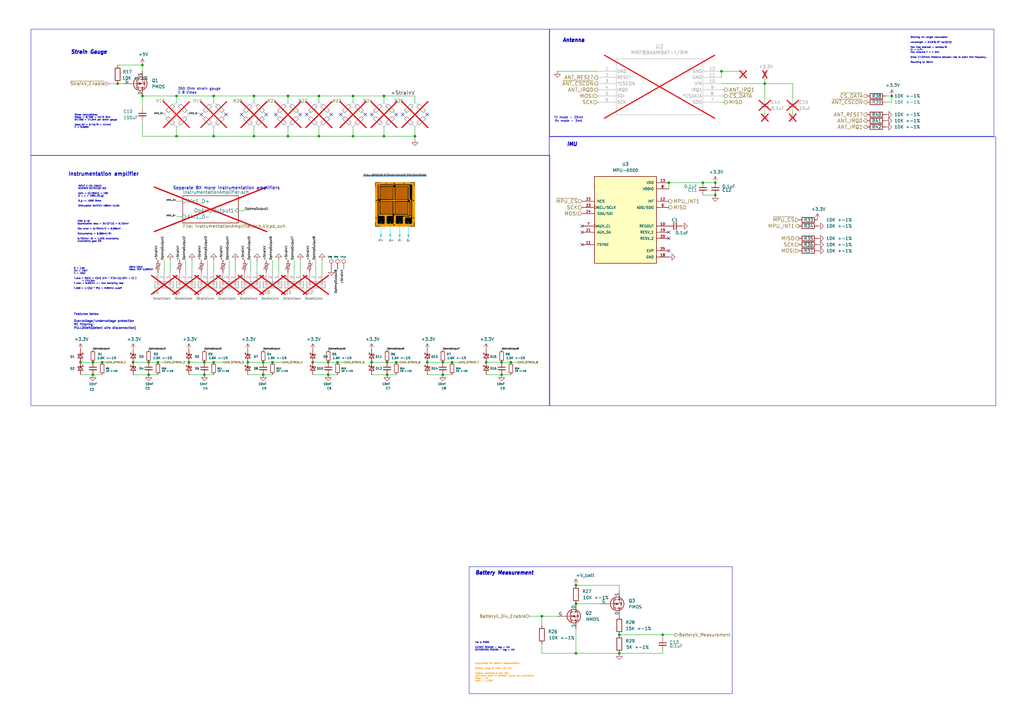
<source format=kicad_sch>
(kicad_sch (version 20250114) (generator "eeschema") (generator_version "9.0")
  (paper "A3")
  (title_block (title "Peripherals") (date "2025-03-08") (rev "1") (company "BCIT BAJA"))
  (lib_symbols
    (symbol "Connector:TestPoint" (pin_numbers (hide yes)) (pin_names (offset 0.762) (hide yes))
      (property "Reference" "TP" (at 0 6.858 0))
      (property "Value" "TestPoint" (at 0 5.08 0))
      (symbol "TestPoint_1_1"
        (pin passive line (at 0 0 90) (length 2.54) (name "1") (number "1"))
      )
    )
    (symbol "Connector_Generic:Conn_01x03" (pin_names (offset 1.016) (hide yes))
      (property "Reference" "J" (at 0 5.08 0))
      (property "Value" "Conn_01x03" (at 0 -5.08 0))
      (symbol "Conn_01x03_1_1"
        (pin passive line (at -5.08 2.54 0) (length 3.81) (name "Pin_1") (number "1"))
        (pin passive line (at -5.08 0 0) (length 3.81) (name "Pin_2") (number "2"))
        (pin passive line (at -5.08 -2.54 0) (length 3.81) (name "Pin_3") (number "3"))
      )
    )
    (symbol "Device:C_Small" (pin_numbers (hide yes)) (pin_names (offset 0.254) (hide yes))
      (property "Reference" "C" (at 0.254 1.778 0))
      (property "Value" "C_Small" (at 0.254 -2.032 0))
      (symbol "C_Small_1_1"
        (pin passive line (at 0 2.54 270) (length 2.032) (name "~") (number "1"))
        (pin passive line (at 0 -2.54 90) (length 2.032) (name "~") (number "2"))
      )
    )
    (symbol "Device:D_Schottky_Small" (pin_numbers (hide yes)) (pin_names (offset 0.254) (hide yes))
      (property "Reference" "D" (at -1.27 2.032 0))
      (property "Value" "D_Schottky_Small" (at -7.112 -2.032 0))
      (symbol "D_Schottky_Small_1_1"
        (pin passive line (at -2.54 0 0) (length 1.778) (name "K") (number "1"))
        (pin passive line (at 2.54 0 180) (length 1.778) (name "A") (number "2"))
      )
    )
    (symbol "Device:Polyfuse_Small" (pin_numbers (hide yes)) (pin_names (offset 0))
      (property "Reference" "F" (at -1.905 0 90))
      (property "Value" "Polyfuse_Small" (at 1.905 0 90))
      (symbol "Polyfuse_Small_1_1"
        (pin passive line (at 0 2.54 270) (length 0.635) (name "~") (number "1"))
        (pin passive line (at 0 -2.54 90) (length 0.635) (name "~") (number "2"))
      )
    )
    (symbol "Device:R" (pin_numbers (hide yes)) (pin_names (offset 0))
      (property "Reference" "R" (at 2.032 0 90))
      (property "Value" "R" (at 0 0 90))
      (symbol "R_1_1"
        (pin passive line (at 0 3.81 270) (length 1.27) (name "~") (number "1"))
        (pin passive line (at 0 -3.81 90) (length 1.27) (name "~") (number "2"))
      )
    )
    (symbol "Device:R_Small" (pin_numbers (hide yes)) (pin_names (offset 0.254) (hide yes))
      (property "Reference" "R" (at 0.762 0.508 0))
      (property "Value" "R_Small" (at 0.762 -1.016 0))
      (symbol "R_Small_1_1"
        (pin passive line (at 0 2.54 270) (length 0.762) (name "~") (number "1"))
        (pin passive line (at 0 -2.54 90) (length 0.762) (name "~") (number "2"))
      )
    )
    (symbol "MPU6500:MPU-6500" (pin_names (offset 1.016))
      (property "Reference" "U" (at -12.7 19.05 0))
      (property "Value" "MPU-6500" (at -12.7 -19.05 0))
      (symbol "MPU-6500_0_0"
        (pin input line (at -17.78 7.62 0) (length 5.08) (name "NCS") (number "22"))
        (pin input clock (at -17.78 5.08 0) (length 5.08) (name "SCL/SCLK") (number "23"))
        (pin bidirectional line (at -17.78 2.54 0) (length 5.08) (name "SDA/SDI") (number "24"))
        (pin input clock (at -17.78 -2.54 0) (length 5.08) (name "AUX_CL") (number "7"))
        (pin bidirectional line (at -17.78 -5.08 0) (length 5.08) (name "AUX_DA") (number "21"))
        (pin input line (at -17.78 -10.16 0) (length 5.08) (name "FSYNC") (number "11"))
        (pin power_in line (at 17.78 15.24 180) (length 5.08) (name "VDD") (number "13"))
        (pin power_in line (at 17.78 12.7 180) (length 5.08) (name "VDDIO") (number "8"))
        (pin output line (at 17.78 7.62 180) (length 5.08) (name "INT") (number "12"))
        (pin output line (at 17.78 5.08 180) (length 5.08) (name "AD0/SDO") (number "9"))
        (pin output line (at 17.78 -2.54 180) (length 5.08) (name "REGOUT") (number "10"))
        (pin passive line (at 17.78 -5.08 180) (length 5.08) (name "RESV_1") (number "19"))
        (pin passive line (at 17.78 -7.62 180) (length 5.08) (name "RESV_2") (number "20"))
        (pin passive line (at 17.78 -12.7 180) (length 5.08) (name "EXP") (number "25"))
        (pin power_in line (at 17.78 -15.24 180) (length 5.08) (name "GND") (number "18"))
      )
    )
    (symbol "MRF89XAM9AT-antenna:MRF89XAM9AT-I_RM" (pin_names (offset 0.254))
      (property "Reference" "U2" (at 25.4 10.16 0))
      (property "Value" "MRF89XAM9AT-I/RM" (at 25.4 7.62 0))
      (symbol "MRF89XAM9AT-I_RM_0_1"
        (pin power_in line (at 0 0 0) (length 7.62) (name "GND") (number "1"))
        (pin input line (at 0 -2.54 0) (length 7.62) (name "RESET") (number "2"))
        (pin input line (at 0 -5.08 0) (length 7.62) (name "*CSCON") (number "3"))
        (pin output line (at 0 -7.62 0) (length 7.62) (name "IRQ0") (number "4"))
        (pin input line (at 0 -10.16 0) (length 7.62) (name "SDI") (number "5"))
        (pin input line (at 0 -12.7 0) (length 7.62) (name "SCK") (number "6"))
        (pin power_in line (at 50.8 0 180) (length 7.62) (name "GND") (number "12"))
        (pin power_in line (at 50.8 -2.54 180) (length 7.62) (name "GND") (number "11"))
        (pin power_in line (at 50.8 -5.08 180) (length 7.62) (name "VIN") (number "10"))
        (pin input line (at 50.8 -10.16 180) (length 7.62) (name "*CSDATA") (number "8"))
        (pin bidirectional line (at 50.8 -12.7 180) (length 7.62) (name "SDO") (number "7"))
      )
      (symbol "MRF89XAM9AT-I_RM_1_1"
        (pin input line (at 50.8 -7.62 180) (length 7.62) (name "IRQ1") (number "9"))
      )
    )
    (symbol "Simulation_SPICE:NMOS" (pin_numbers (hide yes)) (pin_names (offset 0))
      (property "Reference" "Q" (at 5.08 1.27 0))
      (property "Value" "NMOS" (at 5.08 -1.27 0))
      (symbol "NMOS_1_1"
        (pin input line (at -5.08 0 0) (length 2.54) (name "G") (number "2"))
        (pin passive line (at 2.54 5.08 270) (length 2.54) (name "D") (number "1"))
        (pin passive line (at 2.54 -5.08 90) (length 2.54) (name "S") (number "3"))
      )
    )
    (symbol "Simulation_SPICE:PMOS" (pin_numbers (hide yes)) (pin_names (offset 0))
      (property "Reference" "Q" (at 5.08 1.27 0))
      (property "Value" "PMOS" (at 5.08 -1.27 0))
      (symbol "PMOS_1_1"
        (pin input line (at -5.08 0 0) (length 2.54) (name "G") (number "2"))
        (pin passive line (at 2.54 5.08 270) (length 2.54) (name "D") (number "1"))
        (pin passive line (at 2.54 -5.08 90) (length 2.54) (name "S") (number "3"))
      )
    )
    (symbol "power:+BATT" (power) (pin_numbers (hide yes)) (pin_names (offset 0) (hide yes))
      (property "Value" "+BATT" (at 0 3.556 0))
      (symbol "+BATT_1_1"
        (pin power_in line (at 0 0 90) (length 0) (name "~") (number "1"))
      )
    )
    (symbol "power:GND" (power) (pin_numbers (hide yes)) (pin_names (offset 0) (hide yes))
      (property "Value" "GND" (at 0 -3.81 0))
      (symbol "GND_1_1"
        (pin power_in line (at 0 0 270) (length 0) (name "~") (number "1"))
      )
    )
    (symbol "strainGauge:strainGauge" (pin_numbers (hide yes)) (pin_names (offset 0))
      (symbol "strainGauge_1_1"
        (pin passive line (at -5.08 0 0) (length 0) (name "~") (number "4"))
        (pin passive line (at 0 5.08 0) (length 0) (name "~") (number "1"))
        (pin passive line (at 0 -5.08 0) (length 0) (name "~") (number "3"))
        (pin passive line (at 5.08 0 180) (length 0) (name "~") (number "2"))
      )
    )
  )
  (rectangle (start 12.7 63.754) (end 225.552 166.37))
  (rectangle (start 225.298 56.134) (end 408.432 166.37))
  (rectangle (start 225.425 11.938) (end 407.67 55.88))
  (rectangle (start 192.405 232.41) (end 300.355 284.48))
  (rectangle (start 12.7 11.938) (end 225.298 63.754))
  (text "Battery Measurement" (at 194.818 235.966 0) (effects (font (size 1.5 1.5) (thickness 0.5182) (bold yes) (italic yes)) (justify left bottom)))
  (text "R = 1.6K\nCin = 10nF\nC = 10pF\n\nT_acq < R(Cin + C)ln( [Cin * 2^(N+1)]/(Cin + C) )\n	  < 144.3us\nF_max = 6.93KHz <- max sampling rate\n\nf_3dB = 1/(2pi * RC) = 9.95KHz cutoff\n" (at 30.226 114.3 0) (effects (font (size 0.635 0.635)) (justify left)))
  (text "Instrumentation amplifier " (at 27.94 72.39 0) (effects (font (size 1.5 1.5) (thickness 0.3) (bold yes)) (justify left bottom)))
  (text "For a PMOS\n\nCUTOFF REGION - Vsg < Vth\nSATURATION REGION - Vsg > Vth" (at 194.818 265.176 0) (effects (font (size 0.635 0.635)) (justify left)))
  (text "Antenna" (at 230.632 17.526 0) (effects (font (size 1.5 1.5) (thickness 0.4978) (bold yes) (italic yes)) (justify left bottom)))
  (text "350 Ohm strain gauge\nX 8 times\n" (at 72.898 37.338 0) (effects (font (size 1.016 1.016)) (justify left)))
  (text "20mA HOLD\n40mA TRIP CURRENT" (at 52.832 110.236 0) (effects (font (size 0.635 0.635)) (justify left)))
  (text "https://cdn.sparkfun.com/assets/c/7/8/f/8/15335_9DoF_Schematic.pdf" (at 467.868 140.208 0) (effects (font (size 1.4986 1.4986))))
  (text "Stiching VIA Length calculation\n\nwavelength = 3x10^8/(f* sqrt(Er))\n\nMax freq blocked = lambda/8\nEr = 4.74\nMax Antenna F = 1 GHz\n\nGives 17.224mm distance between vias to block this frequency.\n\nRounding to 20mm\n" (at 373.38 20.574 0) (effects (font (size 0.635 0.635)) (justify left)))
  (text "IMU\n" (at 232.41 60.198 0) (effects (font (size 1.5 1.5) (thickness 0.4978) (bold yes) (italic yes)) (justify left bottom)))
  (text "Features below\n\nOvervoltage/undervoltage protection\nRC filtering\nPULLDOWN(detect wire disconnection)" (at 30.226 131.826 0) (effects (font (size 0.889 0.889) (thickness 0.1778) (bold yes)) (justify left)))
  (text "\nFSR: 0-3V\nQuantization step = 3V/(2^12) = 0.732mV\n\nMax error = 0.732mV/2 = 0.366mV\n\n%Uncertainty = 0.366mV/3V\n\n0.732mV/ 3V = 1.22% Uncertainty\nUncertainty goal 5%\n\n\n\n" (at 31.75 96.012 0) (effects (font (size 0.635 0.635)) (justify left)))
  (text "Calculation for battery measurement:\n\nBattery range is from 4.5-12V.\n\nChosen resistors 5 and 15k. \nLeft extra room in resistor values for uncertainty\nVmax = 3V\nVmin = 1.125V" (at 194.818 275.844 0) (effects (font (size 0.635 0.635) (thickness 0.127) (bold yes)) (justify left)))
  (text "INPUT (-15-15mV) \nDESIRED OUTPUT(0-3V)\n\nGain = (3/30mV) = 100\nG = 1 + 100K/(R_g)\n\nR_g ~= 1000 Ohms\n\nStimulation OUTPUT: 180mV-3.15V" (at 32.004 80.518 0) (effects (font (size 0.635 0.635)) (justify left)))
  (text "Separate 8X more instrumentation amplifiers" (at 70.866 77.978 0) (effects (font (size 1.27 1.27) (thickness 0.1875)) (justify left bottom)))
  (text "understand this voltage shift register" (at 477.52 149.86 0) (effects (font (size 1.4986 1.4986))))
  (text "TX mode - 25mA\nRx mode - 3mA" (at 233.172 49.022 0) (effects (font (size 0.889 0.889))))
  (text "Power calculations:\nRtotal = 8/350 = 43.75 Ohm\n5V/350 = 14.3mA per strain gauge\n\nItotal_5V = 5/43.75 = 114mA\nP = 0.569W" (at 30.48 49.784 0) (effects (font (size 0.635 0.635)) (justify left)))
  (text "Strain Gauge\n" (at 28.956 22.352 0) (effects (font (size 1.5 1.5) (thickness 0.4978) (bold yes) (italic yes)) (justify left bottom)))
  (junction (at 118.11 39.37))
  (junction (at 87.63 55.88))
  (junction (at 134.62 148.59))
  (junction (at 48.26 34.29))
  (junction (at 54.61 148.59))
  (junction (at 295.91 29.21))
  (junction (at 158.75 148.59))
  (junction (at 170.18 55.88))
  (junction (at 144.78 39.37))
  (junction (at 274.32 74.93))
  (junction (at 293.37 74.93))
  (junction (at 175.26 148.59))
  (junction (at 38.1 148.59))
  (junction (at 205.74 153.67))
  (junction (at 60.96 153.67))
  (junction (at 72.39 39.37))
  (junction (at 152.4 148.59))
  (junction (at 222.25 252.73))
  (junction (at 293.37 80.01))
  (junction (at 130.81 39.37))
  (junction (at 60.96 148.59))
  (junction (at 138.43 148.59))
  (junction (at 111.76 148.59))
  (junction (at 205.74 148.59))
  (junction (at 254 267.97))
  (junction (at 199.39 148.59))
  (junction (at 162.56 148.59))
  (junction (at 236.22 247.65))
  (junction (at 87.63 148.59))
  (junction (at 83.82 148.59))
  (junction (at 128.27 148.59))
  (junction (at 288.29 74.93))
  (junction (at 87.63 39.37))
  (junction (at 157.48 39.37))
  (junction (at 104.14 55.88))
  (junction (at 130.81 55.88))
  (junction (at 181.61 148.59))
  (junction (at 236.22 267.97))
  (junction (at 209.55 148.59))
  (junction (at 254 260.35))
  (junction (at 157.48 55.88))
  (junction (at 33.02 148.59))
  (junction (at 158.75 153.67))
  (junction (at 38.1 153.67))
  (junction (at 134.62 153.67))
  (junction (at 271.78 260.35))
  (junction (at 107.95 153.67))
  (junction (at 77.47 148.59))
  (junction (at 181.61 153.67))
  (junction (at 118.11 55.88))
  (junction (at 107.95 148.59))
  (junction (at 83.82 153.67))
  (junction (at 313.69 34.29))
  (junction (at 41.91 148.59))
  (junction (at 72.39 55.88))
  (junction (at 236.22 240.03))
  (junction (at 101.6 148.59))
  (junction (at 104.14 39.37))
  (junction (at 365.76 39.37))
  (junction (at 64.77 148.59))
  (junction (at 185.42 148.59))
  (junction (at 58.42 39.37))
  (junction (at 58.42 26.67))
  (junction (at 144.78 55.88))
  (no_connect (at 125.73 46.99))
  (no_connect (at 109.22 46.99))
  (no_connect (at 82.55 46.99))
  (no_connect (at 135.89 46.99))
  (no_connect (at 139.7 46.99))
  (no_connect (at 238.76 95.25))
  (no_connect (at 162.56 46.99))
  (no_connect (at 152.4 46.99))
  (no_connect (at 165.1 46.99))
  (no_connect (at 113.03 46.99))
  (no_connect (at 123.19 46.99))
  (no_connect (at 238.76 92.71))
  (no_connect (at 149.86 46.99))
  (no_connect (at 99.06 46.99))
  (no_connect (at 274.32 102.87))
  (no_connect (at 274.32 97.79))
  (no_connect (at 92.71 46.99))
  (no_connect (at 238.76 100.33))
  (no_connect (at 274.32 95.25))
  (no_connect (at 175.26 46.99))
  (wire (pts (xy 236.22 240.03) (xy 254 240.03)))
  (wire (pts (xy 222.25 264.16) (xy 222.25 267.97)))
  (wire (pts (xy 199.39 153.67) (xy 205.74 153.67)))
  (wire (pts (xy 120.65 106.68) (xy 120.65 111.76)))
  (wire (pts (xy 295.91 41.91) (xy 297.18 41.91)))
  (wire (pts (xy 236.22 267.97) (xy 254 267.97)))
  (wire (pts (xy 295.91 34.29) (xy 313.69 34.29)))
  (wire (pts (xy 144.78 39.37) (xy 144.78 41.91)))
  (wire (pts (xy 222.25 267.97) (xy 236.22 267.97)))
  (wire (pts (xy 130.81 55.88) (xy 118.11 55.88)))
  (wire (pts (xy 363.22 39.37) (xy 365.76 39.37)))
  (wire (pts (xy 217.17 252.73) (xy 222.25 252.73)))
  (wire (pts (xy 69.85 106.68) (xy 69.85 111.76)))
  (wire (pts (xy 104.14 39.37) (xy 118.11 39.37)))
  (wire (pts (xy 44.45 34.29) (xy 48.26 34.29)))
  (wire (pts (xy 60.96 153.67) (xy 64.77 153.67)))
  (wire (pts (xy 134.62 148.59) (xy 138.43 148.59)))
  (wire (pts (xy 83.82 148.59) (xy 77.47 148.59)))
  (wire (pts (xy 72.39 55.88) (xy 87.63 55.88)))
  (wire (pts (xy 134.62 153.67) (xy 138.43 153.67)))
  (wire (pts (xy 87.63 148.59) (xy 91.44 148.59)))
  (wire (pts (xy 48.26 34.29) (xy 50.8 34.29)))
  (wire (pts (xy 313.69 34.29) (xy 325.12 34.29)))
  (wire (pts (xy 38.1 148.59) (xy 41.91 148.59)))
  (wire (pts (xy 254 240.03) (xy 254 242.57)))
  (wire (pts (xy 93.98 106.68) (xy 93.98 111.76)))
  (wire (pts (xy 157.48 39.37) (xy 170.18 39.37)))
  (wire (pts (xy 157.48 55.88) (xy 144.78 55.88)))
  (wire (pts (xy 118.11 39.37) (xy 130.81 39.37)))
  (wire (pts (xy 170.18 55.88) (xy 157.48 55.88)))
  (wire (pts (xy 48.26 26.67) (xy 58.42 26.67)))
  (wire (pts (xy 130.81 39.37) (xy 144.78 39.37)))
  (wire (pts (xy 118.11 55.88) (xy 104.14 55.88)))
  (wire (pts (xy 144.78 55.88) (xy 130.81 55.88)))
  (wire (pts (xy 105.41 106.68) (xy 105.41 111.76)))
  (wire (pts (xy 114.3 106.68) (xy 114.3 111.76)))
  (wire (pts (xy 170.18 52.07) (xy 170.18 55.88)))
  (wire (pts (xy 157.48 55.88) (xy 157.48 52.07)))
  (wire (pts (xy 111.76 148.59) (xy 115.57 148.59)))
  (wire (pts (xy 87.63 39.37) (xy 104.14 39.37)))
  (wire (pts (xy 96.52 106.68) (xy 96.52 111.76)))
  (wire (pts (xy 365.76 39.37) (xy 365.76 41.91)))
  (wire (pts (xy 104.14 55.88) (xy 104.14 52.07)))
  (wire (pts (xy 185.42 148.59) (xy 187.96 148.59)))
  (wire (pts (xy 157.48 39.37) (xy 157.48 41.91)))
  (wire (pts (xy 72.39 39.37) (xy 87.63 39.37)))
  (wire (pts (xy 72.39 82.55) (xy 74.93 82.55)))
  (wire (pts (xy 67.31 106.68) (xy 67.31 111.76)))
  (wire (pts (xy 78.74 106.68) (xy 78.74 111.76)))
  (wire (pts (xy 41.91 148.59) (xy 43.18 148.59)))
  (wire (pts (xy 118.11 55.88) (xy 118.11 52.07)))
  (wire (pts (xy 107.95 148.59) (xy 111.76 148.59)))
  (wire (pts (xy 236.22 247.65) (xy 246.38 247.65)))
  (wire (pts (xy 295.91 29.21) (xy 295.91 31.75)))
  (wire (pts (xy 87.63 106.68) (xy 87.63 111.76)))
  (wire (pts (xy 72.39 55.88) (xy 72.39 52.07)))
  (wire (pts (xy 274.32 74.93) (xy 288.29 74.93)))
  (wire (pts (xy 132.08 106.68) (xy 132.08 111.76)))
  (wire (pts (xy 83.82 148.59) (xy 87.63 148.59)))
  (wire (pts (xy 295.91 29.21) (xy 304.8 29.21)))
  (wire (pts (xy 158.75 148.59) (xy 152.4 148.59)))
  (wire (pts (xy 130.81 39.37) (xy 130.81 41.91)))
  (wire (pts (xy 288.29 74.93) (xy 293.37 74.93)))
  (wire (pts (xy 101.6 153.67) (xy 107.95 153.67)))
  (wire (pts (xy 85.09 106.68) (xy 85.09 111.76)))
  (wire (pts (xy 228.6 29.21) (xy 245.11 29.21)))
  (wire (pts (xy 83.82 153.67) (xy 87.63 153.67)))
  (wire (pts (xy 158.75 153.67) (xy 162.56 153.67)))
  (wire (pts (xy 58.42 39.37) (xy 58.42 44.45)))
  (wire (pts (xy 325.12 34.29) (xy 325.12 40.64)))
  (wire (pts (xy 77.47 153.67) (xy 83.82 153.67)))
  (wire (pts (xy 254 260.35) (xy 271.78 260.35)))
  (wire (pts (xy 33.02 153.67) (xy 38.1 153.67)))
  (wire (pts (xy 87.63 39.37) (xy 87.63 41.91)))
  (wire (pts (xy 181.61 153.67) (xy 185.42 153.67)))
  (wire (pts (xy 274.32 74.93) (xy 274.32 77.47)))
  (wire (pts (xy 107.95 153.67) (xy 111.76 153.67)))
  (wire (pts (xy 97.79 86.36) (xy 100.33 86.36)))
  (wire (pts (xy 222.25 252.73) (xy 222.25 256.54)))
  (wire (pts (xy 58.42 26.67) (xy 58.42 29.21)))
  (wire (pts (xy 205.74 148.59) (xy 209.55 148.59)))
  (wire (pts (xy 111.76 106.68) (xy 111.76 111.76)))
  (wire (pts (xy 87.63 55.88) (xy 104.14 55.88)))
  (wire (pts (xy 295.91 36.83) (xy 297.18 36.83)))
  (wire (pts (xy 313.69 34.29) (xy 313.69 40.64)))
  (wire (pts (xy 72.39 39.37) (xy 72.39 41.91)))
  (wire (pts (xy 152.4 153.67) (xy 158.75 153.67)))
  (wire (pts (xy 58.42 49.53) (xy 58.42 55.88)))
  (wire (pts (xy 205.74 153.67) (xy 209.55 153.67)))
  (wire (pts (xy 138.43 148.59) (xy 140.97 148.59)))
  (wire (pts (xy 158.75 148.59) (xy 162.56 148.59)))
  (wire (pts (xy 130.81 55.88) (xy 130.81 52.07)))
  (wire (pts (xy 271.78 266.7) (xy 271.78 267.97)))
  (wire (pts (xy 363.22 41.91) (xy 365.76 41.91)))
  (wire (pts (xy 123.19 106.68) (xy 123.19 111.76)))
  (wire (pts (xy 205.74 148.59) (xy 199.39 148.59)))
  (wire (pts (xy 74.93 88.9) (xy 72.39 88.9)))
  (wire (pts (xy 288.29 80.01) (xy 293.37 80.01)))
  (wire (pts (xy 313.69 31.75) (xy 313.69 34.29)))
  (wire (pts (xy 60.96 148.59) (xy 64.77 148.59)))
  (wire (pts (xy 64.77 148.59) (xy 67.31 148.59)))
  (wire (pts (xy 38.1 153.67) (xy 41.91 153.67)))
  (wire (pts (xy 170.18 55.88) (xy 170.18 57.15)))
  (wire (pts (xy 104.14 39.37) (xy 104.14 41.91)))
  (wire (pts (xy 102.87 106.68) (xy 102.87 111.76)))
  (wire (pts (xy 144.78 39.37) (xy 157.48 39.37)))
  (wire (pts (xy 325.12 45.72) (xy 325.12 46.99)))
  (wire (pts (xy 76.2 106.68) (xy 76.2 111.76)))
  (wire (pts (xy 313.69 45.72) (xy 313.69 46.99)))
  (wire (pts (xy 175.26 153.67) (xy 181.61 153.67)))
  (wire (pts (xy 54.61 153.67) (xy 60.96 153.67)))
  (wire (pts (xy 58.42 39.37) (xy 72.39 39.37)))
  (wire (pts (xy 181.61 148.59) (xy 175.26 148.59)))
  (wire (pts (xy 162.56 148.59) (xy 163.83 148.59)))
  (wire (pts (xy 134.62 148.59) (xy 128.27 148.59)))
  (wire (pts (xy 58.42 55.88) (xy 72.39 55.88)))
  (wire (pts (xy 128.27 153.67) (xy 134.62 153.67)))
  (wire (pts (xy 87.63 55.88) (xy 87.63 52.07)))
  (wire (pts (xy 228.6 252.73) (xy 222.25 252.73)))
  (wire (pts (xy 60.96 148.59) (xy 54.61 148.59)))
  (wire (pts (xy 209.55 148.59) (xy 212.09 148.59)))
  (wire (pts (xy 271.78 267.97) (xy 254 267.97)))
  (wire (pts (xy 129.54 106.68) (xy 129.54 111.76)))
  (wire (pts (xy 33.02 148.59) (xy 38.1 148.59)))
  (wire (pts (xy 118.11 39.37) (xy 118.11 41.91)))
  (wire (pts (xy 271.78 260.35) (xy 271.78 261.62)))
  (wire (pts (xy 236.22 257.81) (xy 236.22 267.97)))
  (wire (pts (xy 101.6 148.59) (xy 107.95 148.59)))
  (wire (pts (xy 271.78 260.35) (xy 276.86 260.35)))
  (wire (pts (xy 170.18 39.37) (xy 170.18 41.91)))
  (wire (pts (xy 144.78 55.88) (xy 144.78 52.07)))
  (wire (pts (xy 181.61 148.59) (xy 185.42 148.59)))
  (wire (pts (xy 295.91 39.37) (xy 297.18 39.37)))
  (image (at 163.322 85.09) (scale 0.0627768))
  (label "AIN1_D-" (at 72.39 88.9 180) (effects (font (size 0.635 0.635))))
  (label "OpAmpOutput6" (at 158.75 143.51 0) (effects (font (size 0.635 0.635))))
  (label "OpAmpOutput7" (at 181.61 143.51 0) (effects (font (size 0.635 0.635))))
  (label "OpAmpOutput3" (at 83.82 143.51 0) (effects (font (size 0.635 0.635))))
  (label "+StrainV" (at 140.97 110.49 270) (effects (font (size 0.889 0.889))))
  (label "+StrainV" (at 73.66 106.68 90) (effects (font (size 0.889 0.889))))
  (label "OpAmpOutput2" (at 76.2 106.68 90) (effects (font (size 0.889 0.889))))
  (label "OpAmpOutput5" (at 102.87 106.68 90) (effects (font (size 0.889 0.889))))
  (label "AIN1_D+" (at 72.39 82.55 180) (effects (font (size 0.635 0.635))))
  (label "+StrainV" (at 118.11 106.68 90) (effects (font (size 0.889 0.889))))
  (label "+StrainV" (at 100.33 106.68 90) (effects (font (size 0.889 0.889))))
  (label "OpAmpOutput3" (at 85.09 106.68 90) (effects (font (size 0.889 0.889))))
  (label "OpAmpOutput8" (at 138.43 110.49 270) (effects (font (size 0.889 0.889))))
  (label "+StrainV" (at 170.18 39.37 180) (effects (font (size 1.4986 1.4986))))
  (label "OpAmpOutput4" (at 107.95 143.51 0) (effects (font (size 0.635 0.635))))
  (label "+StrainV" (at 127 106.68 90) (effects (font (size 0.889 0.889))))
  (label "OpAmpOutput1" (at 67.31 106.68 90) (effects (font (size 0.889 0.889))))
  (label "OpAmpOutput4" (at 93.98 106.68 90) (effects (font (size 0.889 0.889))))
  (label "OpAmpOutput2" (at 60.96 143.51 0) (effects (font (size 0.635 0.635))))
  (label "OpAmpOutput8" (at 205.74 143.51 0) (effects (font (size 0.635 0.635))))
  (label "OpAmpOutput1" (at 38.1 143.51 0) (effects (font (size 0.635 0.635))))
  (label "OpAmpOutput7" (at 120.65 106.68 90) (effects (font (size 0.889 0.889))))
  (label "OpAmpOutput5" (at 134.62 143.51 0) (effects (font (size 0.635 0.635))))
  (label "+StrainV" (at 91.44 106.68 90) (effects (font (size 0.889 0.889))))
  (label "AIN1_D+" (at 67.31 46.99 180) (effects (font (size 0.635 0.635))))
  (label "AIN1_D-" (at 77.47 46.99 0) (effects (font (size 0.635 0.635))))
  (label "OpAmpOutput8" (at 129.54 106.68 90) (effects (font (size 0.889 0.889))))
  (label "+StrainV" (at 82.55 106.68 90) (effects (font (size 0.889 0.889))))
  (label "OpAmpOutput1" (at 100.33 86.36 0) (effects (font (size 0.889 0.889))))
  (label "+StrainV" (at 64.77 106.68 90) (effects (font (size 0.889 0.889))))
  (label "+StrainV" (at 109.22 106.68 90) (effects (font (size 0.889 0.889))))
  (label "OpAmpOutput6" (at 111.76 106.68 90) (effects (font (size 0.889 0.889))))
  (hierarchical_label "AIN_STRAIN_5" (shape input) (at 140.97 148.59 0) (effects (font (size 0.762 0.762))))
  (hierarchical_label "AIN_STRAIN_6" (shape input) (at 163.83 148.59 0) (effects (font (size 0.762 0.762))))
  (hierarchical_label "~{CS_DATA}" (shape output) (at 297.18 39.37 0) (effects (font (size 1.4986 1.4986) (italic yes))))
  (hierarchical_label "AIN_STRAIN_3" (shape input) (at 91.44 148.59 0) (effects (font (size 0.762 0.762))))
  (hierarchical_label "SCK" (shape input) (at 245.11 41.91 180) (effects (font (size 1.4986 1.4986))))
  (hierarchical_label "AIN_STRAIN_8" (shape input) (at 212.09 148.59 0) (effects (font (size 0.762 0.762))))
  (hierarchical_label "~{ANT_CSCON}" (shape output) (at 355.6 41.91 180) (effects (font (size 1.4986 1.4986) (italic yes))))
  (hierarchical_label "ANT_IRQ1" (shape output) (at 355.6 52.07 180) (effects (font (size 1.4986 1.4986) (italic yes))))
  (hierarchical_label "AIN_STRAIN_1" (shape input) (at 43.18 148.59 0) (effects (font (size 0.762 0.762))))
  (hierarchical_label "ANT_IRQ0" (shape output) (at 355.6 49.53 180) (effects (font (size 1.4986 1.4986))))
  (hierarchical_label "AIN_STRAIN_2" (shape input) (at 67.31 148.59 0) (effects (font (size 0.762 0.762))))
  (hierarchical_label "BatteryV_Div_Enable" (shape input) (at 217.17 252.73 180))
  (hierarchical_label "MISO" (shape output) (at 274.32 85.09 0) (effects (font (size 1.4986 1.4986))))
  (hierarchical_label "BatteryV_Measurement" (shape output) (at 276.86 260.35 0))
  (hierarchical_label "ANT_IRQ1" (shape output) (at 297.18 36.83 0) (effects (font (size 1.4986 1.4986) (italic yes))))
  (hierarchical_label "MOSI" (shape input) (at 238.76 87.63 180) (effects (font (size 1.4986 1.4986))))
  (hierarchical_label "~{MPU_CS}" (shape input) (at 238.76 82.55 180) (effects (font (size 1.4986 1.4986))))
  (hierarchical_label "AIN_STRAIN_7" (shape input) (at 187.96 148.59 0) (effects (font (size 0.762 0.762))))
  (hierarchical_label "MOSI" (shape input) (at 327.66 102.87 180) (effects (font (size 1.4986 1.4986))))
  (hierarchical_label "MISO" (shape output) (at 327.66 97.79 180) (effects (font (size 1.4986 1.4986))))
  (hierarchical_label "~{CS_DATA}" (shape output) (at 355.6 39.37 180) (effects (font (size 1.4986 1.4986) (italic yes))))
  (hierarchical_label "~{MPU_CS}" (shape input) (at 327.66 90.17 180) (effects (font (size 1.4986 1.4986))))
  (hierarchical_label "ANT_RESET" (shape output) (at 245.11 31.75 180) (effects (font (size 1.4986 1.4986) (italic yes))))
  (hierarchical_label "MOSI" (shape input) (at 245.11 39.37 180) (effects (font (size 1.4986 1.4986))))
  (hierarchical_label "SCK" (shape input) (at 327.66 100.33 180) (effects (font (size 1.4986 1.4986))))
  (hierarchical_label "~{StrainV_Enable}" (shape input) (at 44.45 34.29 180))
  (hierarchical_label "ANT_RESET" (shape output) (at 355.6 46.99 180) (effects (font (size 1.4986 1.4986) (italic yes))))
  (hierarchical_label "SCK" (shape input) (at 238.76 85.09 180) (effects (font (size 1.4986 1.4986))))
  (hierarchical_label "AIN_STRAIN_4" (shape input) (at 115.57 148.59 0) (effects (font (size 0.762 0.762))))
  (hierarchical_label "MISO" (shape output) (at 297.18 41.91 0) (effects (font (size 1.4986 1.4986))))
  (hierarchical_label "ANT_IRQ0" (shape output) (at 245.11 36.83 180) (effects (font (size 1.4986 1.4986))))
  (hierarchical_label "MPU_INT1" (shape output) (at 274.32 82.55 0) (effects (font (size 1.4986 1.4986))))
  (hierarchical_label "~{ANT_CSCON}" (shape output) (at 245.11 34.29 180) (effects (font (size 1.4986 1.4986) (italic yes))))
  (hierarchical_label "MPU_INT1" (shape output) (at 327.66 92.71 180) (effects (font (size 1.4986 1.4986))))
  (symbol (lib_id "power:GND") (at 38.1 153.67 0) (unit 1)
    (property "Reference" "#PWR022" (effects (hide yes)))
    (property "Value" "GND" (effects (hide yes)))
    (property "Description" "Power symbol creates a global label with name \"GND\" , ground" (effects (hide yes)))
  )
  (symbol (lib_id "power:GND") (at 87.63 106.68 180) (unit 1)
    (property "Reference" "#PWR039" (effects (hide yes)))
    (property "Value" "GND" (effects (hide yes)))
    (property "Description" "Power symbol creates a global label with name \"GND\" , ground" (effects (hide yes)))
  )
  (symbol (lib_id "power:+BATT") (at 58.42 26.67 0) (unit 1)
    (property "Reference" "#PWR041" (effects (hide yes)))
    (property "Value" "+5V" (at 58.801 22.2758 0))
    (property "Description" "Power symbol creates a global label with name \"+BATT\"" (effects (hide yes)))
  )
  (symbol (lib_id "power:+BATT") (at 101.6 143.51 0) (unit 1)
    (property "Reference" "#PWR027" (effects (hide yes)))
    (property "Value" "+3.3V" (at 101.981 139.1158 0))
    (property "Description" "Power symbol creates a global label with name \"+BATT\"" (effects (hide yes)))
  )
  (symbol (lib_id "power:GND") (at 205.74 153.67 0) (mirror y) (unit 1)
    (property "Reference" "#PWR036" (effects (hide yes)))
    (property "Value" "GND" (effects (hide yes)))
    (property "Description" "Power symbol creates a global label with name \"GND\" , ground" (effects (hide yes)))
  )
  (symbol (lib_id "Connector_Generic:Conn_01x03") (at 120.65 116.84 270) (unit 1) (dnp yes)
    (property "Reference" "J11" (at 116.078 119.888 90) (effects (justify left)))
    (property "Value" "StrainConn" (at 116.078 122.428 90) (effects (font (size 0.889 0.889)) (justify left)))
    (property "Footprint" "JST_3PIN:JST_B3B-XH-A" (effects (hide yes)))
    (property "Description" "Generic connector, single row, 01x03, script generated (kicad-library-utils/schlib/autogen/connector/)" (effects (hide yes)))
    (property "Distributor link" "https://www.digikey.ca/en/products/detail/jst-sales-america-inc/B3B-XH-A/1651046" (effects (hide yes)))
    (property "Manufacturer" "JST Sales America Inc." (effects (hide yes)))
    (property "Manufacturer Part Number" "B3B-XH-A" (effects (hide yes)))
  )
  (symbol (lib_id "Device:C_Small") (at 158.75 151.13 0) (mirror y) (unit 1)
    (property "Reference" "C7" (at 158.242 159.258 0) (effects (font (size 0.889 0.889)) (justify right)))
    (property "Value" "10nF" (at 156.718 157.48 0) (effects (font (size 0.889 0.889)) (justify right)))
    (property "Footprint" "Capacitor_SMD:C_0805_2012Metric_Pad1.18x1.45mm_HandSolder" (effects (hide yes)))
    (property "Description" "Unpolarized capacitor, small symbol" (effects (hide yes)))
    (property "Distributor link" "https://www.digikey.ca/en/products/detail/kemet/C0805C103J3GECAUTO/8647361" (effects (hide yes)))
    (property "Manufacturer Part Number" "C0805C103J3GECAUTO" (effects (hide yes)))
    (property "Price per unit" "0.24700" (effects (hide yes)))
  )
  (symbol (lib_id "Device:C_Small") (at 313.69 43.18 0) (unit 1) (dnp yes)
    (property "Reference" "C14" (at 316.23 41.9162 0) (effects (justify left)))
    (property "Value" "0.1uF" (at 316.23 44.4562 0) (effects (justify left)))
    (property "Footprint" "Capacitor_SMD:C_0805_2012Metric_Pad1.18x1.45mm_HandSolder" (effects (hide yes)))
    (property "Description" "Unpolarized capacitor, small symbol" (effects (hide yes)))
    (property "MPN" "CL05B104KP5NNNC" (effects (hide yes)))
    (property "Distributor link" "https://www.digikey.ca/en/products/detail/yageo/CC0805JRNPO9BN250/5884044" (effects (hide yes)))
    (property "Manufacturer Part Number" "CC0805JRNPO9BN250" (effects (hide yes)))
    (property "Manufacturer" "YAGEO" (effects (hide yes)))
    (property "Price per unit" "0.043" (effects (hide yes)))
  )
  (symbol (lib_id "Connector:TestPoint") (at 140.97 110.49 0) (unit 1)
    (property "Reference" "TP10" (at 139.446 105.41 0) (effects (font (size 0.635 0.635)) (justify left)))
    (property "Value" "TestPoint" (effects (hide yes)))
    (property "Footprint" "TestPoint:TestPoint_Pad_D1.5mm" (effects (hide yes)))
    (property "Description" "test point" (effects (hide yes)))
  )
  (symbol (lib_id "Device:R") (at 359.41 41.91 270) (unit 1)
    (property "Reference" "R39" (at 357.632 41.91 90) (effects (justify left)))
    (property "Value" "10K +-1%" (at 366.776 41.91 90) (effects (justify left)))
    (property "Footprint" "Resistor_SMD:R_0805_2012Metric_Pad1.20x1.40mm_HandSolder" (effects (hide yes)))
    (property "Description" "Resistor" (effects (hide yes)))
    (property "Distributor link" "https://www.digikey.ca/en/products/detail/koa-speer-electronics-inc/RK73H2ATTD1002F/10234111" (effects (hide yes)))
    (property "Manufacturer Part Number" "RK73H2ATTD1002F" (effects (hide yes)))
    (property "Price per unit" "0.16" (effects (hide yes)))
    (property "Manufacturer" "KOA Speer Electronics, Inc." (effects (hide yes)))
  )
  (symbol (lib_id "Device:R") (at 331.47 97.79 270) (unit 1)
    (property "Reference" "R35" (at 329.692 97.79 90) (effects (justify left)))
    (property "Value" "10K +-1%" (at 338.836 97.79 90) (effects (justify left)))
    (property "Footprint" "Resistor_SMD:R_0805_2012Metric_Pad1.20x1.40mm_HandSolder" (effects (hide yes)))
    (property "Description" "Resistor" (effects (hide yes)))
    (property "Distributor link" "https://www.digikey.ca/en/products/detail/koa-speer-electronics-inc/RK73H2ATTD1002F/10234111" (effects (hide yes)))
    (property "Manufacturer Part Number" "RK73H2ATTD1002F" (effects (hide yes)))
    (property "Price per unit" "0.16" (effects (hide yes)))
    (property "Manufacturer" "KOA Speer Electronics, Inc." (effects (hide yes)))
  )
  (symbol (lib_id "Device:D_Schottky_Small") (at 101.6 146.05 90) (mirror x) (unit 1)
    (property "Reference" "D7" (at 105.918 146.304 90) (effects (font (size 0.889 0.889)) (justify left)))
    (property "Value" "D_Schottky_Small" (effects (hide yes)))
    (property "Footprint" "Diode_SMD:D_SOD-123" (effects (hide yes)))
    (property "Description" "Schottky diode, small symbol" (effects (hide yes)))
    (property "Distributor link" "https://www.digikey.ca/en/products/detail/diodes-incorporated/MMSZ5226BQ-7-F/16547962?s=N4IgTCBcDaILJwMoC0CsYwDYBCBFAtAOz4BiIAugL5A" (effects (hide yes)))
    (property "Manufacturer" "Diodes Incorporated" (effects (hide yes)))
    (property "Manufacturer Part Number" "MMSZ5226BQ-7-F" (effects (hide yes)))
  )
  (symbol (lib_id "Device:Polyfuse_Small") (at 82.55 109.22 0) (mirror y) (unit 1)
    (property "Reference" "F4" (effects (hide yes)))
    (property "Value" "Polyfuse_Small" (effects (hide yes)))
    (property "Footprint" "Resistor_SMD:R_0603_1608Metric_Pad0.98x0.95mm_HandSolder" (effects (hide yes)))
    (property "Description" "Resettable fuse, polymeric positive temperature coefficient, small symbol" (effects (hide yes)))
    (property "Distributor link" "https://www.digikey.ca/en/products/detail/epcos-tdk-electronics/B59622A0090A062/3500748" (effects (hide yes)))
    (property "Manufacturer" "EPCOS - TDK Electronics" (effects (hide yes)))
    (property "Manufacturer Part Number" "B59622A0090A062" (effects (hide yes)))
  )
  (symbol (lib_id "Connector_Generic:Conn_01x03") (at 76.2 116.84 270) (unit 1) (dnp yes)
    (property "Reference" "J6" (at 71.628 119.888 90) (effects (justify left)))
    (property "Value" "StrainConn" (at 71.628 122.428 90) (effects (font (size 0.889 0.889)) (justify left)))
    (property "Footprint" "JST_3PIN:JST_B3B-XH-A" (effects (hide yes)))
    (property "Description" "Generic connector, single row, 01x03, script generated (kicad-library-utils/schlib/autogen/connector/)" (effects (hide yes)))
    (property "Distributor link" "https://www.digikey.ca/en/products/detail/jst-sales-america-inc/B3B-XH-A/1651046" (effects (hide yes)))
    (property "Manufacturer" "JST Sales America Inc." (effects (hide yes)))
    (property "Manufacturer Part Number" "B3B-XH-A" (effects (hide yes)))
  )
  (symbol (lib_id "power:GND") (at 335.28 102.87 90) (unit 1)
    (property "Reference" "#PWR051" (effects (hide yes)))
    (property "Value" "GND" (effects (hide yes)))
    (property "Description" "Power symbol creates a global label with name \"GND\" , ground" (effects (hide yes)))
  )
  (symbol (lib_id "Device:R_Small") (at 107.95 146.05 0) (mirror y) (unit 1)
    (property "Reference" "R4" (at 109.474 145.288 0) (effects (font (size 0.889 0.889)) (justify right)))
    (property "Value" "1.6K +-1%" (at 109.728 146.812 0) (effects (font (size 0.889 0.889)) (justify right)))
    (property "Footprint" "Resistor_SMD:R_0805_2012Metric_Pad1.20x1.40mm_HandSolder" (effects (hide yes)))
    (property "Description" "Resistor, small symbol" (effects (hide yes)))
    (property "Distributor link" "https://www.digikey.ca/en/products/detail/yageo/RC0805FR-071K6L/727504?s=N4IgTCBcDaIEoGEAMAOJBWAYnAtEg7AIwDSAbADIgC6AvkA" (effects (hide yes)))
    (property "Manufacturer" "YAGEO" (effects (hide yes)))
    (property "Manufacturer Part Number" "RC0402FR-071K6L" (effects (hide yes)))
    (property "Price per unit" "0.012" (effects (hide yes)))
  )
  (symbol (lib_id "power:GND") (at 293.37 80.01 0) (unit 1)
    (property "Reference" "#PWR085" (effects (hide yes)))
    (property "Value" "GND" (effects (hide yes)))
    (property "Description" "Power symbol creates a global label with name \"GND\" , ground" (effects (hide yes)))
  )
  (symbol (lib_id "Device:D_Schottky_Small") (at 128.27 146.05 90) (mirror x) (unit 1)
    (property "Reference" "D9" (at 132.588 146.304 90) (effects (font (size 0.889 0.889)) (justify right)))
    (property "Value" "D_Schottky_Small" (effects (hide yes)))
    (property "Footprint" "Diode_SMD:D_SOD-123" (effects (hide yes)))
    (property "Description" "Schottky diode, small symbol" (effects (hide yes)))
    (property "Distributor link" "https://www.digikey.ca/en/products/detail/diodes-incorporated/MMSZ5226BQ-7-F/16547962?s=N4IgTCBcDaILJwMoC0CsYwDYBCBFAtAOz4BiIAugL5A" (effects (hide yes)))
    (property "Manufacturer" "Diodes Incorporated" (effects (hide yes)))
    (property "Manufacturer Part Number" "MMSZ5226BQ-7-F" (effects (hide yes)))
  )
  (symbol (lib_id "power:GND") (at 134.62 153.67 0) (mirror y) (unit 1)
    (property "Reference" "#PWR030" (effects (hide yes)))
    (property "Value" "GND" (effects (hide yes)))
    (property "Description" "Power symbol creates a global label with name \"GND\" , ground" (effects (hide yes)))
  )
  (symbol (lib_id "Connector_Generic:Conn_01x03") (at 93.98 116.84 270) (unit 1) (dnp yes)
    (property "Reference" "J8" (at 89.408 119.888 90) (effects (justify left)))
    (property "Value" "StrainConn" (at 89.408 122.428 90) (effects (font (size 0.889 0.889)) (justify left)))
    (property "Footprint" "JST_3PIN:JST_B3B-XH-A" (effects (hide yes)))
    (property "Description" "Generic connector, single row, 01x03, script generated (kicad-library-utils/schlib/autogen/connector/)" (effects (hide yes)))
    (property "Distributor link" "https://www.digikey.ca/en/products/detail/jst-sales-america-inc/B3B-XH-A/1651046" (effects (hide yes)))
    (property "Manufacturer" "JST Sales America Inc." (effects (hide yes)))
    (property "Manufacturer Part Number" "B3B-XH-A" (effects (hide yes)))
  )
  (symbol (lib_id "Device:D_Schottky_Small") (at 175.26 146.05 90) (mirror x) (unit 1)
    (property "Reference" "D13" (at 179.578 146.304 90) (effects (font (size 0.889 0.889)) (justify left)))
    (property "Value" "D_Schottky_Small" (effects (hide yes)))
    (property "Footprint" "Diode_SMD:D_SOD-123" (effects (hide yes)))
    (property "Description" "Schottky diode, small symbol" (effects (hide yes)))
    (property "Distributor link" "https://www.digikey.ca/en/products/detail/diodes-incorporated/MMSZ5226BQ-7-F/16547962?s=N4IgTCBcDaILJwMoC0CsYwDYBCBFAtAOz4BiIAugL5A" (effects (hide yes)))
    (property "Manufacturer" "Diodes Incorporated" (effects (hide yes)))
    (property "Manufacturer Part Number" "MMSZ5226BQ-7-F" (effects (hide yes)))
  )
  (symbol (lib_id "power:GND") (at 96.52 106.68 180) (unit 1)
    (property "Reference" "#PWR040" (effects (hide yes)))
    (property "Value" "GND" (effects (hide yes)))
    (property "Description" "Power symbol creates a global label with name \"GND\" , ground" (effects (hide yes)))
  )
  (symbol (lib_id "Simulation_SPICE:PMOS") (at 251.46 247.65 0) (mirror x) (unit 1)
    (property "Reference" "Q3" (at 257.81 246.3799 0) (effects (justify left)))
    (property "Value" "PMOS" (at 257.81 248.9199 0) (effects (justify left)))
    (property "Footprint" "Package_TO_SOT_SMD:TSOT-23" (effects (hide yes)))
    (property "Datasheet" "https://www.digikey.ca/en/products/detail/onsemi/NVTR01P02LT1G/5969313?gclsrc=aw.ds&&utm_adgroup=General&utm_source=google&utm_medium=cpc&utm_campaign=PMax%20Shopping_Product_Zombie%20SKUs&utm_term=&productid=5969313&utm_content=General&utm_id=go_cmp-17855401585_adg-_ad-__dev-c_ext-_prd-5969313_sig-CjwKCAjwq7fABhB2EiwAwk-YbCdzxZ8I_ROXJb3JHufdx-zHWTW_khwVTeU3PeYqFBXyUwEnEgnIlhoCDXMQAvD_BwE&gad_source=1&gbraid=0AAAAADrbLli6YGlW8y5wc6i5rQyT2Z2qc&gclid=CjwKCAjwq7fABhB2EiwAwk-YbCdzxZ8I_ROXJb3JHufdx-zHWTW_khwVTeU3PeYqFBXyUwEnEgnIlhoCDXMQAvD_BwE&gclsrc=aw.ds" (effects (hide yes)))
    (property "Description" "P-MOSFET transistor, drain/source/gate" (effects (hide yes)))
    (property "Distributor link" "https://www.digikey.ca/en/products/detail/onsemi/NVTR01P02LT1G/5969313?gclsrc=aw.ds&&utm_adgroup=General&utm_source=google&utm_medium=cpc&utm_campaign=PMax%20Shopping_Product_Zombie%20SKUs&utm_term=&productid=5969313&utm_content=General&utm_id=go_cmp-17855401585_adg-_ad-__dev-c_ext-_prd-5969313_sig-CjwKCAjwq7fABhB2EiwAwk-YbCdzxZ8I_ROXJb3JHufdx-zHWTW_khwVTeU3PeYqFBXyUwEnEgnIlhoCDXMQAvD_BwE&gad_source=1&gbraid=0AAAAADrbLli6YGlW8y5wc6i5rQyT2Z2qc&gclid=CjwKCAjwq7fABhB2EiwAwk-YbCdzxZ8I_ROXJb3JHufdx-zHWTW_khwVTeU3PeYqFBXyUwEnEgnIlhoCDXMQAvD_BwE&gclsrc=aw.ds" (effects (hide yes)))
    (property "Manufacturer Part Number" "NVTR01P02LT1G" (effects (hide yes)))
    (property "Price per unit" "0.71" (effects (hide yes)))
  )
  (symbol (lib_id "strainGauge:strainGauge") (at 170.18 46.99 0) (unit 1) (in_bom no) (dnp yes)
    (property "Reference" "R25" (at 163.576 41.402 0))
    (property "Value" "strainGauge" (effects (hide yes)))
    (property "Description" "Resistor, rotated by 45°" (effects (hide yes)))
  )
  (symbol (lib_id "Device:C_Small") (at 38.1 151.13 0) (unit 1)
    (property "Reference" "C2" (at 38.608 159.766 0) (effects (font (size 0.889 0.889)) (justify right)))
    (property "Value" "10nF" (at 39.878 157.48 0) (effects (font (size 0.889 0.889)) (justify right)))
    (property "Footprint" "Capacitor_SMD:C_0805_2012Metric_Pad1.18x1.45mm_HandSolder" (effects (hide yes)))
    (property "Description" "Unpolarized capacitor, small symbol" (effects (hide yes)))
    (property "Distributor link" "https://www.digikey.ca/en/products/detail/kemet/C0805C103J3GECAUTO/8647361" (effects (hide yes)))
    (property "Manufacturer Part Number" "C0805C103J3GECAUTO" (effects (hide yes)))
    (property "Price per unit" "0.24700" (effects (hide yes)))
  )
  (symbol (lib_id "power:GND") (at 254 267.97 0) (unit 1)
    (property "Reference" "#PWR054" (effects (hide yes)))
    (property "Value" "GND" (effects (hide yes)))
    (property "Description" "Power symbol creates a global label with name \"GND\" , ground" (effects (hide yes)))
  )
  (symbol (lib_id "Simulation_SPICE:NMOS") (at 233.68 252.73 0) (unit 1)
    (property "Reference" "Q2" (at 240.03 251.4599 0) (effects (justify left)))
    (property "Value" "NMOS" (at 240.284 254 0) (effects (justify left)))
    (property "Footprint" "Package_TO_SOT_SMD:TSOT-23" (effects (hide yes)))
    (property "Datasheet" "https://www.digikey.ca/en/products/detail/onsemi/NTR4003NT3G/1967271?gclsrc=aw.ds&&utm_adgroup=General&utm_source=google&utm_medium=cpc&utm_campaign=PMax%20Shopping_Product_Zombie%20SKUs&utm_term=&productid=1967271&utm_content=General&utm_id=go_cmp-17855401585_adg-_ad-__dev-c_ext-_prd-1967271_sig-CjwKCAjwq7fABhB2EiwAwk-YbFJqpYQlYIhkgtWqhIxcVob4GPSdEPXc6bIcNIfS9s96qRU90U7eOhoCR2AQAvD_BwE&gad_source=1&gbraid=0AAAAADrbLli6YGlW8y5wc6i5rQyT2Z2qc&gclid=CjwKCAjwq7fABhB2EiwAwk-YbFJqpYQlYIhkgtWqhIxcVob4GPSdEPXc6bIcNIfS9s96qRU90U7eOhoCR2AQAvD_BwE&gclsrc=aw.ds" (effects (hide yes)))
    (property "Description" "N-MOSFET transistor, drain/source/gate" (effects (hide yes)))
    (property "Distributor link" "https://www.digikey.ca/en/products/detail/onsemi/NTR4003NT3G/1967271?gclsrc=aw.ds&&utm_adgroup=General&utm_source=google&utm_medium=cpc&utm_campaign=PMax%20Shopping_Product_Zombie%20SKUs&utm_term=&productid=1967271&utm_content=General&utm_id=go_cmp-17855401585_adg-_ad-__dev-c_ext-_prd-1967271_sig-CjwKCAjwq7fABhB2EiwAwk-YbFJqpYQlYIhkgtWqhIxcVob4GPSdEPXc6bIcNIfS9s96qRU90U7eOhoCR2AQAvD_BwE&gad_source=1&gbraid=0AAAAADrbLli6YGlW8y5wc6i5rQyT2Z2qc&gclid=CjwKCAjwq7fABhB2EiwAwk-YbFJqpYQlYIhkgtWqhIxcVob4GPSdEPXc6bIcNIfS9s96qRU90U7eOhoCR2AQAvD_BwE&gclsrc=aw.ds" (effects (hide yes)))
    (property "Manufacturer Part Number" "NTR4003NT3G" (effects (hide yes)))
    (property "Price per unit" "0.35" (effects (hide yes)))
  )
  (symbol (lib_id "power:GND") (at 170.18 57.15 0) (unit 1)
    (property "Reference" "#PWR047" (effects (hide yes)))
    (property "Value" "GND" (effects (hide yes)))
    (property "Description" "Power symbol creates a global label with name \"GND\" , ground" (effects (hide yes)))
  )
  (symbol (lib_id "Device:R") (at 236.22 243.84 180) (unit 1)
    (property "Reference" "R27" (at 238.76 242.5699 0) (effects (justify right)))
    (property "Value" "10K +-1%" (at 239.014 245.11 0) (effects (justify right)))
    (property "Footprint" "Resistor_SMD:R_0805_2012Metric_Pad1.20x1.40mm_HandSolder" (effects (hide yes)))
    (property "Description" "Resistor" (effects (hide yes)))
    (property "Distributor link" "https://www.digikey.ca/en/products/detail/koa-speer-electronics-inc/RK73H2ATTD1002F/10234111" (effects (hide yes)))
    (property "Manufacturer Part Number" "RK73H2ATTD1002F" (effects (hide yes)))
    (property "Price per unit" "0.16" (effects (hide yes)))
    (property "Manufacturer" "KOA Speer Electronics, Inc." (effects (hide yes)))
  )
  (symbol (lib_id "Device:C_Small") (at 107.95 151.13 0) (mirror y) (unit 1)
    (property "Reference" "C5" (at 107.442 159.258 0) (effects (font (size 0.889 0.889)) (justify right)))
    (property "Value" "10nF" (at 105.918 157.48 0) (effects (font (size 0.889 0.889)) (justify right)))
    (property "Footprint" "Capacitor_SMD:C_0805_2012Metric_Pad1.18x1.45mm_HandSolder" (effects (hide yes)))
    (property "Description" "Unpolarized capacitor, small symbol" (effects (hide yes)))
    (property "Distributor link" "https://www.digikey.ca/en/products/detail/kemet/C0805C103J3GECAUTO/8647361" (effects (hide yes)))
    (property "Manufacturer Part Number" "C0805C103J3GECAUTO" (effects (hide yes)))
    (property "Price per unit" "0.24700" (effects (hide yes)))
  )
  (symbol (lib_id "power:GND") (at 363.22 49.53 90) (unit 1)
    (property "Reference" "#PWR071" (effects (hide yes)))
    (property "Value" "GND" (effects (hide yes)))
    (property "Description" "Power symbol creates a global label with name \"GND\" , ground" (effects (hide yes)))
  )
  (symbol (lib_id "power:GND") (at 274.32 105.41 90) (unit 1)
    (property "Reference" "#PWR084" (effects (hide yes)))
    (property "Value" "GND" (effects (hide yes)))
    (property "Description" "Power symbol creates a global label with name \"GND\" , ground" (effects (hide yes)))
  )
  (symbol (lib_id "Device:R_Small") (at 209.55 151.13 0) (unit 1)
    (property "Reference" "R16" (at 211.074 151.13 0) (effects (font (size 0.635 0.635)) (justify left)))
    (property "Value" "1M +-1%" (at 211.074 152.146 0) (effects (font (size 0.635 0.635)) (justify left)))
    (property "Footprint" "Resistor_SMD:R_0805_2012Metric_Pad1.20x1.40mm_HandSolder" (effects (hide yes)))
    (property "Description" "Resistor, small symbol" (effects (hide yes)))
    (property "Distributor link" "https://www.digikey.ca/en/products/detail/vishay-dale/CRCW08051M00FKEA/1176016" (effects (hide yes)))
    (property "Manufacturer" "Vishay Dale" (effects (hide yes)))
    (property "Manufacturer Part Number" "CRCW08051M00FKEA" (effects (hide yes)))
  )
  (symbol (lib_id "Device:C_Small") (at 181.61 151.13 0) (mirror y) (unit 1)
    (property "Reference" "C8" (at 181.102 159.258 0) (effects (font (size 0.889 0.889)) (justify right)))
    (property "Value" "10nF" (at 179.578 157.48 0) (effects (font (size 0.889 0.889)) (justify right)))
    (property "Footprint" "Capacitor_SMD:C_0805_2012Metric_Pad1.18x1.45mm_HandSolder" (effects (hide yes)))
    (property "Description" "Unpolarized capacitor, small symbol" (effects (hide yes)))
    (property "Distributor link" "https://www.digikey.ca/en/products/detail/kemet/C0805C103J3GECAUTO/8647361" (effects (hide yes)))
    (property "Manufacturer Part Number" "C0805C103J3GECAUTO" (effects (hide yes)))
    (property "Price per unit" "0.24700" (effects (hide yes)))
  )
  (symbol (lib_id "Device:Polyfuse_Small") (at 118.11 109.22 0) (mirror y) (unit 1)
    (property "Reference" "F8" (effects (hide yes)))
    (property "Value" "Polyfuse_Small" (effects (hide yes)))
    (property "Footprint" "Resistor_SMD:R_0603_1608Metric_Pad0.98x0.95mm_HandSolder" (effects (hide yes)))
    (property "Description" "Resettable fuse, polymeric positive temperature coefficient, small symbol" (effects (hide yes)))
    (property "Distributor link" "https://www.digikey.ca/en/products/detail/epcos-tdk-electronics/B59622A0090A062/3500748" (effects (hide yes)))
    (property "Manufacturer" "EPCOS - TDK Electronics" (effects (hide yes)))
    (property "Manufacturer Part Number" "B59622A0090A062" (effects (hide yes)))
  )
  (symbol (lib_id "Device:R") (at 254 256.54 180) (unit 1)
    (property "Reference" "R28" (at 256.54 255.2699 0) (effects (justify right)))
    (property "Value" "15K +-1%" (at 256.54 257.8099 0) (effects (justify right)))
    (property "Footprint" "Resistor_SMD:R_0805_2012Metric_Pad1.20x1.40mm_HandSolder" (effects (hide yes)))
    (property "Description" "Resistor" (effects (hide yes)))
    (property "Distributor link" "https://www.digikey.ca/en/products/detail/yageo/AC0805FR-0715KL/5896576" (effects (hide yes)))
    (property "Manufacturer Part Number" "AC0805FR-0715KL" (effects (hide yes)))
    (property "Price per unit" "0.16" (effects (hide yes)))
    (property "Manufacturer" "YAGEO" (effects (hide yes)))
  )
  (symbol (lib_id "Device:D_Schottky_Small") (at 128.27 151.13 90) (mirror x) (unit 1)
    (property "Reference" "D10" (at 132.588 151.13 90) (effects (font (size 0.889 0.889)) (justify left)))
    (property "Value" "D_Schottky_Small" (effects (hide yes)))
    (property "Footprint" "Diode_SMD:D_SOD-123" (effects (hide yes)))
    (property "Description" "Schottky diode, small symbol" (effects (hide yes)))
    (property "Distributor link" "https://www.digikey.ca/en/products/detail/diodes-incorporated/MMSZ5226BQ-7-F/16547962?s=N4IgTCBcDaILJwMoC0CsYwDYBCBFAtAOz4BiIAugL5A" (effects (hide yes)))
    (property "Manufacturer" "Diodes Incorporated" (effects (hide yes)))
    (property "Manufacturer Part Number" "MMSZ5226BQ-7-F" (effects (hide yes)))
  )
  (symbol (lib_id "Device:Polyfuse_Small") (at 100.33 109.22 0) (mirror y) (unit 1)
    (property "Reference" "F6" (effects (hide yes)))
    (property "Value" "Polyfuse_Small" (effects (hide yes)))
    (property "Footprint" "Resistor_SMD:R_0603_1608Metric_Pad0.98x0.95mm_HandSolder" (effects (hide yes)))
    (property "Description" "Resettable fuse, polymeric positive temperature coefficient, small symbol" (effects (hide yes)))
    (property "Distributor link" "https://www.digikey.ca/en/products/detail/epcos-tdk-electronics/B59622A0090A062/3500748" (effects (hide yes)))
    (property "Manufacturer" "EPCOS - TDK Electronics" (effects (hide yes)))
    (property "Manufacturer Part Number" "B59622A0090A062" (effects (hide yes)))
  )
  (symbol (lib_id "power:GND") (at 335.28 100.33 90) (unit 1)
    (property "Reference" "#PWR050" (effects (hide yes)))
    (property "Value" "GND" (effects (hide yes)))
    (property "Description" "Power symbol creates a global label with name \"GND\" , ground" (effects (hide yes)))
  )
  (symbol (lib_id "Device:D_Schottky_Small") (at 175.26 151.13 90) (mirror x) (unit 1)
    (property "Reference" "D14" (at 179.578 151.13 90) (effects (font (size 0.889 0.889)) (justify left)))
    (property "Value" "D_Schottky_Small" (effects (hide yes)))
    (property "Footprint" "Diode_SMD:D_SOD-123" (effects (hide yes)))
    (property "Description" "Schottky diode, small symbol" (effects (hide yes)))
    (property "Distributor link" "https://www.digikey.ca/en/products/detail/diodes-incorporated/MMSZ5226BQ-7-F/16547962?s=N4IgTCBcDaILJwMoC0CsYwDYBCBFAtAOz4BiIAugL5A" (effects (hide yes)))
    (property "Manufacturer" "Diodes Incorporated" (effects (hide yes)))
    (property "Manufacturer Part Number" "MMSZ5226BQ-7-F" (effects (hide yes)))
  )
  (symbol (lib_id "Connector_Generic:Conn_01x03") (at 129.54 116.84 270) (unit 1) (dnp yes)
    (property "Reference" "J12" (at 124.968 119.888 90) (effects (justify left)))
    (property "Value" "StrainConn" (at 124.968 122.428 90) (effects (font (size 0.889 0.889)) (justify left)))
    (property "Footprint" "JST_3PIN:JST_B3B-XH-A" (effects (hide yes)))
    (property "Description" "Generic connector, single row, 01x03, script generated (kicad-library-utils/schlib/autogen/connector/)" (effects (hide yes)))
    (property "Distributor link" "https://www.digikey.ca/en/products/detail/jst-sales-america-inc/B3B-XH-A/1651046" (effects (hide yes)))
    (property "Manufacturer" "JST Sales America Inc." (effects (hide yes)))
    (property "Manufacturer Part Number" "B3B-XH-A" (effects (hide yes)))
  )
  (symbol (lib_id "Device:R") (at 331.47 100.33 270) (unit 1)
    (property "Reference" "R36" (at 329.692 100.33 90) (effects (justify left)))
    (property "Value" "10K +-1%" (at 338.836 100.33 90) (effects (justify left)))
    (property "Footprint" "Resistor_SMD:R_0805_2012Metric_Pad1.20x1.40mm_HandSolder" (effects (hide yes)))
    (property "Description" "Resistor" (effects (hide yes)))
    (property "Distributor link" "https://www.digikey.ca/en/products/detail/koa-speer-electronics-inc/RK73H2ATTD1002F/10234111" (effects (hide yes)))
    (property "Manufacturer Part Number" "RK73H2ATTD1002F" (effects (hide yes)))
    (property "Price per unit" "0.16" (effects (hide yes)))
    (property "Manufacturer" "KOA Speer Electronics, Inc." (effects (hide yes)))
  )
  (symbol (lib_id "Device:C_Small") (at 276.86 92.71 90) (unit 1)
    (property "Reference" "C1" (at 278.13 90.17 90) (effects (justify left)))
    (property "Value" "0.1uF" (at 282.448 95.504 90) (effects (justify left)))
    (property "Footprint" "Capacitor_SMD:C_0805_2012Metric_Pad1.18x1.45mm_HandSolder" (effects (hide yes)))
    (property "Description" "Unpolarized capacitor, small symbol" (effects (hide yes)))
    (property "MPN" "CL05B104KP5NNNC" (effects (hide yes)))
    (property "URL" "https://www.digikey.ca/en/products/detail/samsung-electro-mechanics/CL05B104KP5NNNC/3886660" (effects (hide yes)))
    (property "Distributor link" "https://www.digikey.ca/en/products/detail/yageo/CC0805JRNPO9BN250/5884044" (effects (hide yes)))
    (property "Manufacturer Part Number" "CC0805JRNPO9BN250" (effects (hide yes)))
    (property "Manufacturer" "YAGEO" (effects (hide yes)))
    (property "Price per unit" "0.043" (effects (hide yes)))
  )
  (symbol (lib_id "Device:R_Small") (at 64.77 151.13 0) (unit 1)
    (property "Reference" "R10" (at 66.294 151.13 0) (effects (font (size 0.635 0.635)) (justify left)))
    (property "Value" "1M +-1%" (at 66.294 152.146 0) (effects (font (size 0.635 0.635)) (justify left)))
    (property "Footprint" "Resistor_SMD:R_0805_2012Metric_Pad1.20x1.40mm_HandSolder" (effects (hide yes)))
    (property "Description" "Resistor, small symbol" (effects (hide yes)))
    (property "Distributor link" "https://www.digikey.ca/en/products/detail/vishay-dale/CRCW08051M00FKEA/1176016" (effects (hide yes)))
    (property "Manufacturer" "Vishay Dale" (effects (hide yes)))
    (property "Manufacturer Part Number" "CRCW08051M00FKEA" (effects (hide yes)))
  )
  (symbol (lib_id "Connector_Generic:Conn_01x03") (at 111.76 116.84 270) (unit 1) (dnp yes)
    (property "Reference" "J10" (at 107.188 119.888 90) (effects (justify left)))
    (property "Value" "StrainConn" (at 107.188 122.428 90) (effects (font (size 0.889 0.889)) (justify left)))
    (property "Footprint" "JST_3PIN:JST_B3B-XH-A" (effects (hide yes)))
    (property "Description" "Generic connector, single row, 01x03, script generated (kicad-library-utils/schlib/autogen/connector/)" (effects (hide yes)))
    (property "Distributor link" "https://www.digikey.ca/en/products/detail/jst-sales-america-inc/B3B-XH-A/1651046" (effects (hide yes)))
    (property "Manufacturer" "JST Sales America Inc." (effects (hide yes)))
    (property "Manufacturer Part Number" "B3B-XH-A" (effects (hide yes)))
  )
  (symbol (lib_id "Device:C_Small") (at 83.82 151.13 0) (mirror y) (unit 1)
    (property "Reference" "C4" (at 83.312 159.258 0) (effects (font (size 0.889 0.889)) (justify right)))
    (property "Value" "10nF" (at 81.788 157.48 0) (effects (font (size 0.889 0.889)) (justify right)))
    (property "Footprint" "Capacitor_SMD:C_0805_2012Metric_Pad1.18x1.45mm_HandSolder" (effects (hide yes)))
    (property "Description" "Unpolarized capacitor, small symbol" (effects (hide yes)))
    (property "Distributor link" "https://www.digikey.ca/en/products/detail/kemet/C0805C103J3GECAUTO/8647361" (effects (hide yes)))
    (property "Manufacturer Part Number" "C0805C103J3GECAUTO" (effects (hide yes)))
    (property "Price per unit" "0.24700" (effects (hide yes)))
  )
  (symbol (lib_id "power:+BATT") (at 33.02 143.51 0) (unit 1)
    (property "Reference" "#PWR021" (effects (hide yes)))
    (property "Value" "+3.3V" (at 33.401 139.1158 0))
    (property "Description" "Power symbol creates a global label with name \"+BATT\"" (effects (hide yes)))
  )
  (symbol (lib_id "Device:R_Small") (at 138.43 151.13 0) (unit 1)
    (property "Reference" "R13" (at 139.954 151.13 0) (effects (font (size 0.635 0.635)) (justify left)))
    (property "Value" "1M +-1%" (at 139.954 152.146 0) (effects (font (size 0.635 0.635)) (justify left)))
    (property "Footprint" "Resistor_SMD:R_0805_2012Metric_Pad1.20x1.40mm_HandSolder" (effects (hide yes)))
    (property "Description" "Resistor, small symbol" (effects (hide yes)))
    (property "Distributor link" "https://www.digikey.ca/en/products/detail/vishay-dale/CRCW08051M00FKEA/1176016" (effects (hide yes)))
    (property "Manufacturer" "Vishay Dale" (effects (hide yes)))
    (property "Manufacturer Part Number" "CRCW08051M00FKEA" (effects (hide yes)))
  )
  (symbol (lib_id "Device:R") (at 359.41 49.53 270) (unit 1)
    (property "Reference" "R41" (at 357.632 49.53 90) (effects (justify left)))
    (property "Value" "10K +-1%" (at 366.776 49.53 90) (effects (justify left)))
    (property "Footprint" "Resistor_SMD:R_0805_2012Metric_Pad1.20x1.40mm_HandSolder" (effects (hide yes)))
    (property "Description" "Resistor" (effects (hide yes)))
    (property "Distributor link" "https://www.digikey.ca/en/products/detail/koa-speer-electronics-inc/RK73H2ATTD1002F/10234111" (effects (hide yes)))
    (property "Manufacturer Part Number" "RK73H2ATTD1002F" (effects (hide yes)))
    (property "Price per unit" "0.16" (effects (hide yes)))
    (property "Manufacturer" "KOA Speer Electronics, Inc." (effects (hide yes)))
  )
  (symbol (lib_id "Device:Polyfuse_Small") (at 127 109.22 0) (mirror y) (unit 1)
    (property "Reference" "F9" (effects (hide yes)))
    (property "Value" "Polyfuse_Small" (effects (hide yes)))
    (property "Footprint" "Resistor_SMD:R_0603_1608Metric_Pad0.98x0.95mm_HandSolder" (effects (hide yes)))
    (property "Description" "Resettable fuse, polymeric positive temperature coefficient, small symbol" (effects (hide yes)))
    (property "Distributor link" "https://www.digikey.ca/en/products/detail/epcos-tdk-electronics/B59622A0090A062/3500748" (effects (hide yes)))
    (property "Manufacturer" "EPCOS - TDK Electronics" (effects (hide yes)))
    (property "Manufacturer Part Number" "B59622A0090A062" (effects (hide yes)))
  )
  (symbol (lib_id "power:GND") (at 335.28 97.79 90) (unit 1)
    (property "Reference" "#PWR010" (effects (hide yes)))
    (property "Value" "GND" (effects (hide yes)))
    (property "Description" "Power symbol creates a global label with name \"GND\" , ground" (effects (hide yes)))
  )
  (symbol (lib_id "Device:D_Schottky_Small") (at 54.61 146.05 90) (mirror x) (unit 1)
    (property "Reference" "D3" (at 58.928 146.304 90) (effects (font (size 0.889 0.889)) (justify left)))
    (property "Value" "D_Schottky_Small" (effects (hide yes)))
    (property "Footprint" "Diode_SMD:D_SOD-123" (effects (hide yes)))
    (property "Description" "Schottky diode, small symbol" (effects (hide yes)))
    (property "Distributor link" "https://www.digikey.ca/en/products/detail/diodes-incorporated/MMSZ5226BQ-7-F/16547962?s=N4IgTCBcDaILJwMoC0CsYwDYBCBFAtAOz4BiIAugL5A" (effects (hide yes)))
    (property "Manufacturer" "Diodes Incorporated" (effects (hide yes)))
    (property "Manufacturer Part Number" "MMSZ5226BQ-7-F" (effects (hide yes)))
  )
  (symbol (lib_id "power:GND") (at 123.19 106.68 180) (unit 1)
    (property "Reference" "#PWR044" (effects (hide yes)))
    (property "Value" "GND" (effects (hide yes)))
    (property "Description" "Power symbol creates a global label with name \"GND\" , ground" (effects (hide yes)))
  )
  (symbol (lib_id "strainGauge:strainGauge") (at 144.78 46.99 0) (unit 1) (in_bom no) (dnp yes)
    (property "Reference" "R23" (at 138.176 41.402 0))
    (property "Value" "strainGauge" (effects (hide yes)))
    (property "Description" "Resistor, rotated by 45°" (effects (hide yes)))
  )
  (symbol (lib_id "Device:R_Small") (at 134.62 146.05 0) (mirror y) (unit 1)
    (property "Reference" "R5" (at 136.144 145.288 0) (effects (font (size 0.889 0.889)) (justify right)))
    (property "Value" "1.6K +-1%" (at 136.398 146.812 0) (effects (font (size 0.889 0.889)) (justify right)))
    (property "Footprint" "Resistor_SMD:R_0805_2012Metric_Pad1.20x1.40mm_HandSolder" (effects (hide yes)))
    (property "Description" "Resistor, small symbol" (effects (hide yes)))
    (property "Distributor link" "https://www.digikey.ca/en/products/detail/yageo/RC0805FR-071K6L/727504?s=N4IgTCBcDaIEoGEAMAOJBWAYnAtEg7AIwDSAbADIgC6AvkA" (effects (hide yes)))
    (property "Manufacturer" "YAGEO" (effects (hide yes)))
    (property "Manufacturer Part Number" "RC0402FR-071K6L" (effects (hide yes)))
    (property "Price per unit" "0.012" (effects (hide yes)))
  )
  (symbol (lib_id "Device:D_Schottky_Small") (at 199.39 146.05 90) (mirror x) (unit 1)
    (property "Reference" "D15" (at 203.708 146.304 90) (effects (font (size 0.889 0.889)) (justify left)))
    (property "Value" "D_Schottky_Small" (effects (hide yes)))
    (property "Footprint" "Diode_SMD:D_SOD-123" (effects (hide yes)))
    (property "Description" "Schottky diode, small symbol" (effects (hide yes)))
    (property "Distributor link" "https://www.digikey.ca/en/products/detail/diodes-incorporated/MMSZ5226BQ-7-F/16547962?s=N4IgTCBcDaILJwMoC0CsYwDYBCBFAtAOz4BiIAugL5A" (effects (hide yes)))
    (property "Manufacturer" "Diodes Incorporated" (effects (hide yes)))
    (property "Manufacturer Part Number" "MMSZ5226BQ-7-F" (effects (hide yes)))
  )
  (symbol (lib_id "Device:D_Schottky_Small") (at 77.47 146.05 90) (mirror x) (unit 1)
    (property "Reference" "D5" (at 81.788 146.304 90) (effects (font (size 0.889 0.889)) (justify left)))
    (property "Value" "D_Schottky_Small" (effects (hide yes)))
    (property "Footprint" "Diode_SMD:D_SOD-123" (effects (hide yes)))
    (property "Description" "Schottky diode, small symbol" (effects (hide yes)))
    (property "Distributor link" "https://www.digikey.ca/en/products/detail/diodes-incorporated/MMSZ5226BQ-7-F/16547962?s=N4IgTCBcDaILJwMoC0CsYwDYBCBFAtAOz4BiIAugL5A" (effects (hide yes)))
    (property "Manufacturer" "Diodes Incorporated" (effects (hide yes)))
    (property "Manufacturer Part Number" "MMSZ5226BQ-7-F" (effects (hide yes)))
  )
  (symbol (lib_id "power:GND") (at 313.69 46.99 0) (unit 1) (dnp yes)
    (property "Reference" "#PWR057" (effects (hide yes)))
    (property "Value" "GND" (effects (hide yes)))
    (property "Description" "Power symbol creates a global label with name \"GND\" , ground" (effects (hide yes)))
  )
  (symbol (lib_id "Device:R_Small") (at 111.76 151.13 0) (unit 1)
    (property "Reference" "R12" (at 113.284 151.13 0) (effects (font (size 0.635 0.635)) (justify left)))
    (property "Value" "1M +-1%" (at 113.284 152.146 0) (effects (font (size 0.635 0.635)) (justify left)))
    (property "Footprint" "Resistor_SMD:R_0805_2012Metric_Pad1.20x1.40mm_HandSolder" (effects (hide yes)))
    (property "Description" "Resistor, small symbol" (effects (hide yes)))
    (property "Distributor link" "https://www.digikey.ca/en/products/detail/vishay-dale/CRCW08051M00FKEA/1176016" (effects (hide yes)))
    (property "Manufacturer" "Vishay Dale" (effects (hide yes)))
    (property "Manufacturer Part Number" "CRCW08051M00FKEA" (effects (hide yes)))
  )
  (symbol (lib_id "strainGauge:strainGauge") (at 87.63 46.99 0) (unit 1) (in_bom no) (dnp yes)
    (property "Reference" "R19" (at 81.026 41.402 0))
    (property "Value" "strainGauge" (effects (hide yes)))
    (property "Description" "Resistor, rotated by 45°" (effects (hide yes)))
  )
  (symbol (lib_id "power:+BATT") (at 365.76 39.37 0) (unit 1)
    (property "Reference" "#PWR070" (effects (hide yes)))
    (property "Value" "+3.3V" (at 366.141 34.9758 0))
    (property "Description" "Power symbol creates a global label with name \"+BATT\"" (effects (hide yes)))
  )
  (symbol (lib_id "Device:C_Small") (at 288.29 77.47 0) (mirror y) (unit 1)
    (property "Reference" "C11" (at 286.004 77.978 0) (effects (justify left)))
    (property "Value" "0.1uF" (at 286.004 76.454 0) (effects (justify left)))
    (property "Footprint" "Capacitor_SMD:C_0805_2012Metric_Pad1.18x1.45mm_HandSolder" (effects (hide yes)))
    (property "Description" "Unpolarized capacitor, small symbol" (effects (hide yes)))
    (property "MPN" "CL05B104KP5NNNC" (effects (hide yes)))
    (property "URL" "https://www.digikey.ca/en/products/detail/samsung-electro-mechanics/CL05B104KP5NNNC/3886660" (effects (hide yes)))
    (property "Distributor link" "https://www.digikey.ca/en/products/detail/yageo/CC0805JRNPO9BN250/5884044" (effects (hide yes)))
    (property "Manufacturer Part Number" "CC0805JRNPO9BN250" (effects (hide yes)))
    (property "Manufacturer" "YAGEO" (effects (hide yes)))
    (property "Price per unit" "0.043" (effects (hide yes)))
  )
  (symbol (lib_id "Device:C_Small") (at 134.62 151.13 0) (mirror y) (unit 1)
    (property "Reference" "C6" (at 134.112 159.258 0) (effects (font (size 0.889 0.889)) (justify right)))
    (property "Value" "10nF" (at 132.588 157.48 0) (effects (font (size 0.889 0.889)) (justify right)))
    (property "Footprint" "Capacitor_SMD:C_0805_2012Metric_Pad1.18x1.45mm_HandSolder" (effects (hide yes)))
    (property "Description" "Unpolarized capacitor, small symbol" (effects (hide yes)))
    (property "Distributor link" "https://www.digikey.ca/en/products/detail/kemet/C0805C103J3GECAUTO/8647361" (effects (hide yes)))
    (property "Manufacturer Part Number" "C0805C103J3GECAUTO" (effects (hide yes)))
    (property "Price per unit" "0.24700" (effects (hide yes)))
  )
  (symbol (lib_id "power:GND") (at 158.75 153.67 0) (mirror y) (unit 1)
    (property "Reference" "#PWR032" (effects (hide yes)))
    (property "Value" "GND" (effects (hide yes)))
    (property "Description" "Power symbol creates a global label with name \"GND\" , ground" (effects (hide yes)))
  )
  (symbol (lib_id "power:GND") (at 181.61 153.67 0) (mirror y) (unit 1)
    (property "Reference" "#PWR034" (effects (hide yes)))
    (property "Value" "GND" (effects (hide yes)))
    (property "Description" "Power symbol creates a global label with name \"GND\" , ground" (effects (hide yes)))
  )
  (symbol (lib_id "Device:D_Schottky_Small") (at 33.02 151.13 270) (unit 1)
    (property "Reference" "D2" (at 28.702 151.13 90) (effects (font (size 0.889 0.889)) (justify left)))
    (property "Value" "D_Schottky_Small" (effects (hide yes)))
    (property "Footprint" "Diode_SMD:D_SOD-123" (effects (hide yes)))
    (property "Description" "Schottky diode, small symbol" (effects (hide yes)))
    (property "Distributor link" "https://www.digikey.ca/en/products/detail/diodes-incorporated/MMSZ5226BQ-7-F/16547962?s=N4IgTCBcDaILJwMoC0CsYwDYBCBFAtAOz4BiIAugL5A" (effects (hide yes)))
    (property "Manufacturer" "Diodes Incorporated" (effects (hide yes)))
    (property "Manufacturer Part Number" "MMSZ5226BQ-7-F" (effects (hide yes)))
  )
  (symbol (lib_id "Device:C_Small") (at 293.37 77.47 0) (mirror y) (unit 1)
    (property "Reference" "C12" (at 296.164 77.978 0) (effects (justify right)))
    (property "Value" "0.1uF" (at 296.164 76.454 0) (effects (justify right)))
    (property "Footprint" "Capacitor_SMD:C_0805_2012Metric_Pad1.18x1.45mm_HandSolder" (effects (hide yes)))
    (property "Description" "Unpolarized capacitor, small symbol" (effects (hide yes)))
    (property "MPN" "CL05B104KP5NNNC" (effects (hide yes)))
    (property "URL" "https://www.digikey.ca/en/products/detail/samsung-electro-mechanics/CL05B104KP5NNNC/3886660" (effects (hide yes)))
    (property "Distributor link" "https://www.digikey.ca/en/products/detail/yageo/CC0805JRNPO9BN250/5884044" (effects (hide yes)))
    (property "Manufacturer Part Number" "CC0805JRNPO9BN250" (effects (hide yes)))
    (property "Manufacturer" "YAGEO" (effects (hide yes)))
    (property "Price per unit" "0.043" (effects (hide yes)))
  )
  (symbol (lib_id "power:+BATT") (at 236.22 240.03 0) (unit 1)
    (property "Reference" "#PWR052" (effects (hide yes)))
    (property "Value" "+V_batt" (at 236.22 235.966 0) (effects (justify left)))
    (property "Description" "Power symbol creates a global label with name \"+BATT\"" (effects (hide yes)))
  )
  (symbol (lib_id "Device:R") (at 331.47 102.87 270) (unit 1)
    (property "Reference" "R37" (at 329.692 102.87 90) (effects (justify left)))
    (property "Value" "10K +-1%" (at 338.836 102.87 90) (effects (justify left)))
    (property "Footprint" "Resistor_SMD:R_0805_2012Metric_Pad1.20x1.40mm_HandSolder" (effects (hide yes)))
    (property "Description" "Resistor" (effects (hide yes)))
    (property "Distributor link" "https://www.digikey.ca/en/products/detail/koa-speer-electronics-inc/RK73H2ATTD1002F/10234111" (effects (hide yes)))
    (property "Manufacturer Part Number" "RK73H2ATTD1002F" (effects (hide yes)))
    (property "Price per unit" "0.16" (effects (hide yes)))
    (property "Manufacturer" "KOA Speer Electronics, Inc." (effects (hide yes)))
  )
  (symbol (lib_id "power:GND") (at 304.8 29.21 0) (unit 1) (dnp yes)
    (property "Reference" "#PWR055" (effects (hide yes)))
    (property "Value" "GND" (effects (hide yes)))
    (property "Description" "Power symbol creates a global label with name \"GND\" , ground" (effects (hide yes)))
  )
  (symbol (lib_id "Device:R") (at 359.41 52.07 270) (unit 1)
    (property "Reference" "R42" (at 357.632 52.07 90) (effects (justify left)))
    (property "Value" "10K +-1%" (at 366.776 52.07 90) (effects (justify left)))
    (property "Footprint" "Resistor_SMD:R_0805_2012Metric_Pad1.20x1.40mm_HandSolder" (effects (hide yes)))
    (property "Description" "Resistor" (effects (hide yes)))
    (property "Distributor link" "https://www.digikey.ca/en/products/detail/koa-speer-electronics-inc/RK73H2ATTD1002F/10234111" (effects (hide yes)))
    (property "Manufacturer Part Number" "RK73H2ATTD1002F" (effects (hide yes)))
    (property "Price per unit" "0.16" (effects (hide yes)))
    (property "Manufacturer" "KOA Speer Electronics, Inc." (effects (hide yes)))
  )
  (symbol (lib_id "power:GND") (at 325.12 46.99 0) (unit 1) (dnp yes)
    (property "Reference" "#PWR058" (effects (hide yes)))
    (property "Value" "GND" (effects (hide yes)))
    (property "Description" "Power symbol creates a global label with name \"GND\" , ground" (effects (hide yes)))
  )
  (symbol (lib_id "power:+BATT") (at 128.27 143.51 0) (unit 1)
    (property "Reference" "#PWR029" (effects (hide yes)))
    (property "Value" "+3.3V" (at 128.651 139.1158 0))
    (property "Description" "Power symbol creates a global label with name \"+BATT\"" (effects (hide yes)))
  )
  (symbol (lib_id "power:GND") (at 335.28 92.71 90) (unit 1)
    (property "Reference" "#PWR011" (effects (hide yes)))
    (property "Value" "GND" (effects (hide yes)))
    (property "Description" "Power symbol creates a global label with name \"GND\" , ground" (effects (hide yes)))
  )
  (symbol (lib_id "power:+BATT") (at 77.47 143.51 0) (unit 1)
    (property "Reference" "#PWR025" (effects (hide yes)))
    (property "Value" "+3.3V" (at 77.851 139.1158 0))
    (property "Description" "Power symbol creates a global label with name \"+BATT\"" (effects (hide yes)))
  )
  (symbol (lib_id "Device:R") (at 359.41 39.37 270) (unit 1)
    (property "Reference" "R38" (at 357.632 39.37 90) (effects (justify left)))
    (property "Value" "10K +-1%" (at 366.776 39.37 90) (effects (justify left)))
    (property "Footprint" "Resistor_SMD:R_0805_2012Metric_Pad1.20x1.40mm_HandSolder" (effects (hide yes)))
    (property "Description" "Resistor" (effects (hide yes)))
    (property "Distributor link" "https://www.digikey.ca/en/products/detail/koa-speer-electronics-inc/RK73H2ATTD1002F/10234111" (effects (hide yes)))
    (property "Manufacturer Part Number" "RK73H2ATTD1002F" (effects (hide yes)))
    (property "Price per unit" "0.16" (effects (hide yes)))
    (property "Manufacturer" "KOA Speer Electronics, Inc." (effects (hide yes)))
  )
  (symbol (lib_id "strainGauge:strainGauge") (at 118.11 46.99 0) (unit 1) (in_bom no) (dnp yes)
    (property "Reference" "R21" (at 111.506 41.402 0))
    (property "Value" "strainGauge" (effects (hide yes)))
    (property "Description" "Resistor, rotated by 45°" (effects (hide yes)))
  )
  (symbol (lib_id "Connector:TestPoint") (at 138.43 110.49 0) (unit 1)
    (property "Reference" "TP9" (at 136.906 105.41 0) (effects (font (size 0.635 0.635)) (justify left)))
    (property "Value" "TestPoint" (effects (hide yes)))
    (property "Footprint" "TestPoint:TestPoint_Pad_D1.5mm" (effects (hide yes)))
    (property "Description" "test point" (effects (hide yes)))
  )
  (symbol (lib_id "Device:R_Small") (at 185.42 151.13 0) (unit 1)
    (property "Reference" "R15" (at 186.944 151.13 0) (effects (font (size 0.635 0.635)) (justify left)))
    (property "Value" "1M +-1%" (at 186.944 152.146 0) (effects (font (size 0.635 0.635)) (justify left)))
    (property "Footprint" "Resistor_SMD:R_0805_2012Metric_Pad1.20x1.40mm_HandSolder" (effects (hide yes)))
    (property "Description" "Resistor, small symbol" (effects (hide yes)))
    (property "Distributor link" "https://www.digikey.ca/en/products/detail/vishay-dale/CRCW08051M00FKEA/1176016" (effects (hide yes)))
    (property "Manufacturer" "Vishay Dale" (effects (hide yes)))
    (property "Manufacturer Part Number" "CRCW08051M00FKEA" (effects (hide yes)))
  )
  (symbol (lib_id "strainGauge:strainGauge") (at 72.39 46.99 0) (unit 1) (in_bom no) (dnp yes)
    (property "Reference" "R18" (at 65.786 41.402 0))
    (property "Value" "strainGauge" (effects (hide yes)))
    (property "Description" "Resistor, rotated by 45°" (effects (hide yes)))
  )
  (symbol (lib_id "Device:R_Small") (at 158.75 146.05 0) (mirror y) (unit 1)
    (property "Reference" "R6" (at 160.274 145.288 0) (effects (font (size 0.889 0.889)) (justify right)))
    (property "Value" "1.6K +-1%" (at 160.528 146.812 0) (effects (font (size 0.889 0.889)) (justify right)))
    (property "Footprint" "Resistor_SMD:R_0805_2012Metric_Pad1.20x1.40mm_HandSolder" (effects (hide yes)))
    (property "Description" "Resistor, small symbol" (effects (hide yes)))
    (property "Distributor link" "https://www.digikey.ca/en/products/detail/yageo/RC0805FR-071K6L/727504?s=N4IgTCBcDaIEoGEAMAOJBWAYnAtEg7AIwDSAbADIgC6AvkA" (effects (hide yes)))
    (property "Manufacturer" "YAGEO" (effects (hide yes)))
    (property "Manufacturer Part Number" "RC0402FR-071K6L" (effects (hide yes)))
    (property "Price per unit" "0.012" (effects (hide yes)))
  )
  (symbol (lib_id "Device:R_Small") (at 60.96 146.05 0) (unit 1)
    (property "Reference" "R2" (at 62.992 145.288 0) (effects (font (size 0.889 0.889)) (justify left)))
    (property "Value" "1.6K +-1%" (at 62.738 146.812 0) (effects (font (size 0.889 0.889)) (justify left)))
    (property "Footprint" "Resistor_SMD:R_0805_2012Metric_Pad1.20x1.40mm_HandSolder" (effects (hide yes)))
    (property "Description" "Resistor, small symbol" (effects (hide yes)))
    (property "Distributor link" "https://www.digikey.ca/en/products/detail/yageo/RC0805FR-071K6L/727504?s=N4IgTCBcDaIEoGEAMAOJBWAYnAtEg7AIwDSAbADIgC6AvkA" (effects (hide yes)))
    (property "Manufacturer" "YAGEO" (effects (hide yes)))
    (property "Manufacturer Part Number" "RC0402FR-071K6L" (effects (hide yes)))
    (property "Price per unit" "0.012" (effects (hide yes)))
  )
  (symbol (lib_id "Device:R") (at 331.47 92.71 270) (unit 1)
    (property "Reference" "R34" (at 329.692 92.71 90) (effects (justify left)))
    (property "Value" "10K +-1%" (at 338.836 92.71 90) (effects (justify left)))
    (property "Footprint" "Resistor_SMD:R_0805_2012Metric_Pad1.20x1.40mm_HandSolder" (effects (hide yes)))
    (property "Description" "Resistor" (effects (hide yes)))
    (property "Distributor link" "https://www.digikey.ca/en/products/detail/koa-speer-electronics-inc/RK73H2ATTD1002F/10234111" (effects (hide yes)))
    (property "Manufacturer Part Number" "RK73H2ATTD1002F" (effects (hide yes)))
    (property "Price per unit" "0.16" (effects (hide yes)))
    (property "Manufacturer" "KOA Speer Electronics, Inc." (effects (hide yes)))
  )
  (symbol (lib_id "Device:C_Small") (at 58.42 46.99 0) (unit 1)
    (property "Reference" "C10" (at 50.546 45.72 0) (effects (justify left)))
    (property "Value" "100uF" (at 50.546 48.26 0) (effects (justify left)))
    (property "Footprint" "Capacitor_SMD:C_1206_3216Metric_Pad1.33x1.80mm_HandSolder" (effects (hide yes)))
    (property "Description" "Unpolarized capacitor, small symbol" (effects (hide yes)))
    (property "Distributor link" "https://www.digikey.ca/en/products/detail/murata-electronics/GRM31CR61A107MEA8K/16286060" (effects (hide yes)))
    (property "Manufacturer Part Number" "GRM31CR61A107MEA8L" (effects (hide yes)))
    (property "Price per unit" "0.71" (effects (hide yes)))
  )
  (symbol (lib_id "Device:C_Small") (at 271.78 264.16 0) (unit 1)
    (property "Reference" "C13" (at 274.574 263.398 0) (effects (justify left)))
    (property "Value" "0.1uF" (at 274.574 264.922 0) (effects (justify left)))
    (property "Footprint" "Capacitor_SMD:C_0805_2012Metric_Pad1.18x1.45mm_HandSolder" (effects (hide yes)))
    (property "Description" "Unpolarized capacitor, small symbol" (effects (hide yes)))
    (property "MPN" "CL05B104KP5NNNC" (effects (hide yes)))
    (property "URL" "https://www.digikey.ca/en/products/detail/samsung-electro-mechanics/CL05B104KP5NNNC/3886660" (effects (hide yes)))
    (property "Distributor link" "https://www.digikey.ca/en/products/detail/yageo/CC0805JRNPO9BN250/5884044" (effects (hide yes)))
    (property "Manufacturer Part Number" "CC0805JRNPO9BN250" (effects (hide yes)))
    (property "Manufacturer" "YAGEO" (effects (hide yes)))
    (property "Price per unit" "0.043" (effects (hide yes)))
  )
  (symbol (lib_id "power:GND") (at 363.22 52.07 90) (unit 1)
    (property "Reference" "#PWR072" (effects (hide yes)))
    (property "Value" "GND" (effects (hide yes)))
    (property "Description" "Power symbol creates a global label with name \"GND\" , ground" (effects (hide yes)))
  )
  (symbol (lib_id "power:GND") (at 363.22 46.99 90) (unit 1)
    (property "Reference" "#PWR069" (effects (hide yes)))
    (property "Value" "GND" (effects (hide yes)))
    (property "Description" "Power symbol creates a global label with name \"GND\" , ground" (effects (hide yes)))
  )
  (symbol (lib_id "power:GND") (at 114.3 106.68 180) (unit 1)
    (property "Reference" "#PWR043" (effects (hide yes)))
    (property "Value" "GND" (effects (hide yes)))
    (property "Description" "Power symbol creates a global label with name \"GND\" , ground" (effects (hide yes)))
  )
  (symbol (lib_id "power:GND") (at 107.95 153.67 0) (mirror y) (unit 1)
    (property "Reference" "#PWR028" (effects (hide yes)))
    (property "Value" "GND" (effects (hide yes)))
    (property "Description" "Power symbol creates a global label with name \"GND\" , ground" (effects (hide yes)))
  )
  (symbol (lib_id "Device:R") (at 222.25 260.35 180) (unit 1)
    (property "Reference" "R26" (at 224.79 259.0799 0) (effects (justify right)))
    (property "Value" "10K +-1%" (at 225.044 261.62 0) (effects (justify right)))
    (property "Footprint" "Resistor_SMD:R_0805_2012Metric_Pad1.20x1.40mm_HandSolder" (effects (hide yes)))
    (property "Description" "Resistor" (effects (hide yes)))
    (property "Distributor link" "https://www.digikey.ca/en/products/detail/koa-speer-electronics-inc/RK73H2ATTD1002F/10234111" (effects (hide yes)))
    (property "Manufacturer Part Number" "RK73H2ATTD1002F" (effects (hide yes)))
    (property "Price per unit" "0.16" (effects (hide yes)))
    (property "Manufacturer" "KOA Speer Electronics, Inc." (effects (hide yes)))
  )
  (symbol (lib_id "Device:C_Small") (at 325.12 43.18 0) (unit 1) (dnp yes)
    (property "Reference" "C15" (at 327.66 41.9162 0) (effects (justify left)))
    (property "Value" "10uF" (at 327.66 44.4562 0) (effects (justify left)))
    (property "Footprint" "Capacitor_SMD:C_1206_3216Metric_Pad1.33x1.80mm_HandSolder" (effects (hide yes)))
    (property "Description" "Unpolarized capacitor, small symbol" (effects (hide yes)))
    (property "MPN" "CL31B106KAHNNNE" (effects (hide yes)))
    (property "URL" "https://www.digikey.ca/en/products/detail/samsung-electro-mechanics/CL31B106KAHNNNE/3887462" (effects (hide yes)))
    (property "Distributor link" "https://www.digikey.ca/en/products/detail/samsung-electro-mechanics/CL31B106KAHNNNE/3887462?s=N4IgTCBcDaIMIBkDMBGAQigDANgNIEEAJAOVIFEQBdAXyA" (effects (hide yes)))
    (property "Manufacturer Part Number" "CL31B106KAHNNNE" (effects (hide yes)))
    (property "Price per unit" "0.15" (effects (hide yes)))
  )
  (symbol (lib_id "strainGauge:strainGauge") (at 104.14 46.99 0) (unit 1) (in_bom no) (dnp yes)
    (property "Reference" "R20" (at 97.536 41.402 0))
    (property "Value" "strainGauge" (effects (hide yes)))
    (property "Description" "Resistor, rotated by 45°" (effects (hide yes)))
  )
  (symbol (lib_id "Device:D_Schottky_Small") (at 33.02 146.05 270) (unit 1)
    (property "Reference" "D1" (at 28.702 146.304 90) (effects (font (size 0.889 0.889)) (justify left)))
    (property "Value" "D_Schottky_Small" (effects (hide yes)))
    (property "Footprint" "Diode_SMD:D_SOD-123" (effects (hide yes)))
    (property "Description" "Schottky diode, small symbol" (effects (hide yes)))
    (property "Distributor link" "https://www.digikey.ca/en/products/detail/diodes-incorporated/MMSZ5226BQ-7-F/16547962?s=N4IgTCBcDaILJwMoC0CsYwDYBCBFAtAOz4BiIAugL5A" (effects (hide yes)))
    (property "Manufacturer" "Diodes Incorporated" (effects (hide yes)))
    (property "Manufacturer Part Number" "MMSZ5226BQ-7-F" (effects (hide yes)))
  )
  (symbol (lib_id "Device:R_Small") (at 162.56 151.13 0) (unit 1)
    (property "Reference" "R14" (at 164.084 151.13 0) (effects (font (size 0.635 0.635)) (justify left)))
    (property "Value" "1M +-1%" (at 164.084 152.146 0) (effects (font (size 0.635 0.635)) (justify left)))
    (property "Footprint" "Resistor_SMD:R_0805_2012Metric_Pad1.20x1.40mm_HandSolder" (effects (hide yes)))
    (property "Description" "Resistor, small symbol" (effects (hide yes)))
    (property "Distributor link" "https://www.digikey.ca/en/products/detail/vishay-dale/CRCW08051M00FKEA/1176016" (effects (hide yes)))
    (property "Manufacturer" "Vishay Dale" (effects (hide yes)))
    (property "Manufacturer Part Number" "CRCW08051M00FKEA" (effects (hide yes)))
  )
  (symbol (lib_id "MPU6500:MPU-6500") (at 256.54 90.17 0) (unit 1)
    (property "Reference" "U3" (at 256.54 67.31 0))
    (property "Value" "MPU-6500" (at 256.54 69.85 0))
    (property "Footprint" "MPU-6500:QFN40P300X300X95-25N" (effects (hide yes)))
    (property "B_NOM" "0.2" (effects (hide yes)))
    (property "PIN_COUNT_D" "6.0" (effects (hide yes)))
    (property "B_MAX" "0.25" (effects (hide yes)))
    (property "ENOM" "0.4" (effects (hide yes)))
    (property "D_NOM" "3.0" (effects (hide yes)))
    (property "D_MAX" "3.1" (effects (hide yes)))
    (property "L_MAX" "0.25" (effects (hide yes)))
    (property "E2_NOM" "1.54" (effects (hide yes)))
    (property "D2_NOM" "1.7" (effects (hide yes)))
    (property "PARTREV" "1.3" (effects (hide yes)))
    (property "E_NOM" "3.0" (effects (hide yes)))
    (property "B_MIN" "0.15" (effects (hide yes)))
    (property "STANDARD" "IPC 7351B" (effects (hide yes)))
    (property "L_NOM" "0.3" (effects (hide yes)))
    (property "MANUFACTURER" "TDK InvenSense" (effects (hide yes)))
    (property "MAXIMUM_PACKAGE_HEIGHT" "0.95 mm" (effects (hide yes)))
    (property "PIN_COUNT_E" "6.0" (effects (hide yes)))
    (property "E_MIN" "2.9" (effects (hide yes)))
    (property "D_MIN" "2.9" (effects (hide yes)))
    (property "L_MIN" "0.15" (effects (hide yes)))
    (property "E_MAX" "3.1" (effects (hide yes)))
  )
  (symbol (lib_id "Device:R") (at 254 264.16 180) (unit 1)
    (property "Reference" "R29" (at 256.54 262.8899 0) (effects (justify right)))
    (property "Value" "5K +-1%" (at 256.794 265.43 0) (effects (justify right)))
    (property "Footprint" "Resistor_SMD:R_0805_2012Metric_Pad1.20x1.40mm_HandSolder" (effects (hide yes)))
    (property "Description" "Resistor" (effects (hide yes)))
    (property "Distributor link" "https://www.digikey.ca/en/products/detail/vishay-dale/TNPW08054K99BEEA/1607361" (effects (hide yes)))
    (property "Manufacturer Part Number" "TNPW08054K99BEEA" (effects (hide yes)))
    (property "Price per unit" "0.56" (effects (hide yes)))
    (property "Manufacturer" "Vishay Dale" (effects (hide yes)))
  )
  (symbol (lib_id "power:GND") (at 69.85 106.68 180) (unit 1)
    (property "Reference" "#PWR037" (effects (hide yes)))
    (property "Value" "GND" (effects (hide yes)))
    (property "Description" "Power symbol creates a global label with name \"GND\" , ground" (effects (hide yes)))
  )
  (symbol (lib_id "Device:Polyfuse_Small") (at 73.66 109.22 0) (mirror y) (unit 1)
    (property "Reference" "F3" (effects (hide yes)))
    (property "Value" "Polyfuse_Small" (effects (hide yes)))
    (property "Footprint" "Resistor_SMD:R_0603_1608Metric_Pad0.98x0.95mm_HandSolder" (effects (hide yes)))
    (property "Description" "Resettable fuse, polymeric positive temperature coefficient, small symbol" (effects (hide yes)))
    (property "Distributor link" "https://www.digikey.ca/en/products/detail/epcos-tdk-electronics/B59622A0090A062/3500748" (effects (hide yes)))
    (property "Manufacturer" "EPCOS - TDK Electronics" (effects (hide yes)))
    (property "Manufacturer Part Number" "B59622A0090A062" (effects (hide yes)))
  )
  (symbol (lib_id "Device:Polyfuse_Small") (at 109.22 109.22 0) (mirror y) (unit 1)
    (property "Reference" "F7" (effects (hide yes)))
    (property "Value" "Polyfuse_Small" (effects (hide yes)))
    (property "Footprint" "Resistor_SMD:R_0603_1608Metric_Pad0.98x0.95mm_HandSolder" (effects (hide yes)))
    (property "Description" "Resettable fuse, polymeric positive temperature coefficient, small symbol" (effects (hide yes)))
    (property "Distributor link" "https://www.digikey.ca/en/products/detail/epcos-tdk-electronics/B59622A0090A062/3500748" (effects (hide yes)))
    (property "Manufacturer" "EPCOS - TDK Electronics" (effects (hide yes)))
    (property "Manufacturer Part Number" "B59622A0090A062" (effects (hide yes)))
  )
  (symbol (lib_id "Device:R") (at 48.26 30.48 0) (mirror x) (unit 1)
    (property "Reference" "R17" (at 50.292 29.464 0) (effects (justify left)))
    (property "Value" "10K +-1%" (at 50.038 32.0041 0) (effects (justify left)))
    (property "Footprint" "Resistor_SMD:R_0805_2012Metric_Pad1.20x1.40mm_HandSolder" (effects (hide yes)))
    (property "Description" "Resistor" (effects (hide yes)))
    (property "Distributor link" "https://www.digikey.ca/en/products/detail/koa-speer-electronics-inc/RK73H2ATTD1002F/10234111" (effects (hide yes)))
    (property "Manufacturer Part Number" "RK73H2ATTD1002F" (effects (hide yes)))
    (property "Price per unit" "0.16" (effects (hide yes)))
    (property "Manufacturer" "KOA Speer Electronics, Inc." (effects (hide yes)))
  )
  (symbol (lib_id "Device:D_Schottky_Small") (at 101.6 151.13 90) (mirror x) (unit 1)
    (property "Reference" "D8" (at 105.918 151.13 90) (effects (font (size 0.889 0.889)) (justify left)))
    (property "Value" "D_Schottky_Small" (effects (hide yes)))
    (property "Footprint" "Diode_SMD:D_SOD-123" (effects (hide yes)))
    (property "Description" "Schottky diode, small symbol" (effects (hide yes)))
    (property "Distributor link" "https://www.digikey.ca/en/products/detail/diodes-incorporated/MMSZ5226BQ-7-F/16547962?s=N4IgTCBcDaILJwMoC0CsYwDYBCBFAtAOz4BiIAugL5A" (effects (hide yes)))
    (property "Manufacturer" "Diodes Incorporated" (effects (hide yes)))
    (property "Manufacturer Part Number" "MMSZ5226BQ-7-F" (effects (hide yes)))
  )
  (symbol (lib_id "Device:R") (at 359.41 46.99 270) (unit 1)
    (property "Reference" "R40" (at 357.632 46.99 90) (effects (justify left)))
    (property "Value" "10K +-1%" (at 366.776 46.99 90) (effects (justify left)))
    (property "Footprint" "Resistor_SMD:R_0805_2012Metric_Pad1.20x1.40mm_HandSolder" (effects (hide yes)))
    (property "Description" "Resistor" (effects (hide yes)))
    (property "Distributor link" "https://www.digikey.ca/en/products/detail/koa-speer-electronics-inc/RK73H2ATTD1002F/10234111" (effects (hide yes)))
    (property "Manufacturer Part Number" "RK73H2ATTD1002F" (effects (hide yes)))
    (property "Price per unit" "0.16" (effects (hide yes)))
    (property "Manufacturer" "KOA Speer Electronics, Inc." (effects (hide yes)))
  )
  (symbol (lib_id "power:GND") (at 105.41 106.68 180) (unit 1)
    (property "Reference" "#PWR042" (effects (hide yes)))
    (property "Value" "GND" (effects (hide yes)))
    (property "Description" "Power symbol creates a global label with name \"GND\" , ground" (effects (hide yes)))
  )
  (symbol (lib_id "strainGauge:strainGauge") (at 157.48 46.99 0) (unit 1) (in_bom no) (dnp yes)
    (property "Reference" "R24" (at 150.876 41.402 0))
    (property "Value" "strainGauge" (effects (hide yes)))
    (property "Description" "Resistor, rotated by 45°" (effects (hide yes)))
  )
  (symbol (lib_id "power:+BATT") (at 152.4 143.51 0) (unit 1)
    (property "Reference" "#PWR031" (effects (hide yes)))
    (property "Value" "+3.3V" (at 152.781 139.1158 0))
    (property "Description" "Power symbol creates a global label with name \"+BATT\"" (effects (hide yes)))
  )
  (symbol (lib_id "Connector_Generic:Conn_01x03") (at 102.87 116.84 270) (unit 1) (dnp yes)
    (property "Reference" "J9" (at 98.298 119.888 90) (effects (justify left)))
    (property "Value" "StrainConn" (at 98.298 122.428 90) (effects (font (size 0.889 0.889)) (justify left)))
    (property "Footprint" "JST_3PIN:JST_B3B-XH-A" (effects (hide yes)))
    (property "Description" "Generic connector, single row, 01x03, script generated (kicad-library-utils/schlib/autogen/connector/)" (effects (hide yes)))
    (property "Distributor link" "https://www.digikey.ca/en/products/detail/jst-sales-america-inc/B3B-XH-A/1651046" (effects (hide yes)))
    (property "Manufacturer" "JST Sales America Inc." (effects (hide yes)))
    (property "Manufacturer Part Number" "B3B-XH-A" (effects (hide yes)))
  )
  (symbol (lib_id "power:+BATT") (at 313.69 31.75 0) (unit 1) (dnp yes)
    (property "Reference" "#PWR056" (effects (hide yes)))
    (property "Value" "+3.3V" (at 314.071 27.3558 0))
    (property "Description" "Power symbol creates a global label with name \"+BATT\"" (effects (hide yes)))
  )
  (symbol (lib_id "Simulation_SPICE:PMOS") (at 55.88 34.29 0) (mirror x) (unit 1)
    (property "Reference" "Q1" (at 62.23 33.0199 0) (effects (justify left)))
    (property "Value" "PMOS" (at 62.23 35.5599 0) (effects (justify left)))
    (property "Footprint" "Package_TO_SOT_SMD:TSOT-23" (effects (hide yes)))
    (property "Datasheet" "https://www.digikey.ca/en/products/detail/onsemi/NVTR01P02LT1G/5969313?gclsrc=aw.ds&&utm_adgroup=General&utm_source=google&utm_medium=cpc&utm_campaign=PMax%20Shopping_Product_Zombie%20SKUs&utm_term=&productid=5969313&utm_content=General&utm_id=go_cmp-17855401585_adg-_ad-__dev-c_ext-_prd-5969313_sig-CjwKCAjwq7fABhB2EiwAwk-YbCdzxZ8I_ROXJb3JHufdx-zHWTW_khwVTeU3PeYqFBXyUwEnEgnIlhoCDXMQAvD_BwE&gad_source=1&gbraid=0AAAAADrbLli6YGlW8y5wc6i5rQyT2Z2qc&gclid=CjwKCAjwq7fABhB2EiwAwk-YbCdzxZ8I_ROXJb3JHufdx-zHWTW_khwVTeU3PeYqFBXyUwEnEgnIlhoCDXMQAvD_BwE&gclsrc=aw.ds" (effects (hide yes)))
    (property "Description" "P-MOSFET transistor, drain/source/gate" (effects (hide yes)))
    (property "Distributor link" "https://www.digikey.ca/en/products/detail/onsemi/NVTR01P02LT1G/5969313?gclsrc=aw.ds&&utm_adgroup=General&utm_source=google&utm_medium=cpc&utm_campaign=PMax%20Shopping_Product_Zombie%20SKUs&utm_term=&productid=5969313&utm_content=General&utm_id=go_cmp-17855401585_adg-_ad-__dev-c_ext-_prd-5969313_sig-CjwKCAjwq7fABhB2EiwAwk-YbCdzxZ8I_ROXJb3JHufdx-zHWTW_khwVTeU3PeYqFBXyUwEnEgnIlhoCDXMQAvD_BwE&gad_source=1&gbraid=0AAAAADrbLli6YGlW8y5wc6i5rQyT2Z2qc&gclid=CjwKCAjwq7fABhB2EiwAwk-YbCdzxZ8I_ROXJb3JHufdx-zHWTW_khwVTeU3PeYqFBXyUwEnEgnIlhoCDXMQAvD_BwE&gclsrc=aw.ds" (effects (hide yes)))
    (property "Manufacturer Part Number" "NVTR01P02LT1G" (effects (hide yes)))
    (property "Price per unit" "0.71" (effects (hide yes)))
  )
  (symbol (lib_id "Device:R_Small") (at 181.61 146.05 0) (mirror y) (unit 1)
    (property "Reference" "R7" (at 183.134 145.288 0) (effects (font (size 0.889 0.889)) (justify right)))
    (property "Value" "1.6K +-1%" (at 183.388 146.812 0) (effects (font (size 0.889 0.889)) (justify right)))
    (property "Footprint" "Resistor_SMD:R_0805_2012Metric_Pad1.20x1.40mm_HandSolder" (effects (hide yes)))
    (property "Description" "Resistor, small symbol" (effects (hide yes)))
    (property "Distributor link" "https://www.digikey.ca/en/products/detail/yageo/RC0805FR-071K6L/727504?s=N4IgTCBcDaIEoGEAMAOJBWAYnAtEg7AIwDSAbADIgC6AvkA" (effects (hide yes)))
    (property "Manufacturer" "YAGEO" (effects (hide yes)))
    (property "Manufacturer Part Number" "RC0402FR-071K6L" (effects (hide yes)))
    (property "Price per unit" "0.012" (effects (hide yes)))
  )
  (symbol (lib_id "Device:D_Schottky_Small") (at 152.4 146.05 90) (mirror x) (unit 1)
    (property "Reference" "D11" (at 156.718 146.304 90) (effects (font (size 0.889 0.889)) (justify left)))
    (property "Value" "D_Schottky_Small" (effects (hide yes)))
    (property "Footprint" "Diode_SMD:D_SOD-123" (effects (hide yes)))
    (property "Description" "Schottky diode, small symbol" (effects (hide yes)))
    (property "Distributor link" "https://www.digikey.ca/en/products/detail/diodes-incorporated/MMSZ5226BQ-7-F/16547962?s=N4IgTCBcDaILJwMoC0CsYwDYBCBFAtAOz4BiIAugL5A" (effects (hide yes)))
    (property "Manufacturer" "Diodes Incorporated" (effects (hide yes)))
    (property "Manufacturer Part Number" "MMSZ5226BQ-7-F" (effects (hide yes)))
  )
  (symbol (lib_id "power:+BATT") (at 54.61 143.51 0) (unit 1)
    (property "Reference" "#PWR023" (effects (hide yes)))
    (property "Value" "+3.3V" (at 54.991 139.1158 0))
    (property "Description" "Power symbol creates a global label with name \"+BATT\"" (effects (hide yes)))
  )
  (symbol (lib_id "MRF89XAM9AT-antenna:MRF89XAM9AT-I_RM") (at 245.11 29.21 0) (unit 1) (dnp yes)
    (property "Reference" "U2" (at 270.51 19.05 0) (effects (font (size 1.524 1.524))))
    (property "Value" "MRF89XAM9AT-I/RM" (at 270.51 21.59 0) (effects (font (size 1.524 1.524))))
    (property "Footprint" "MRF89XAM9AT-antenna:MOD_MRF89XAM9A_MCH" (effects (hide yes)))
    (property "Datasheet" "MRF89XAM9AT-I/RM" (effects (hide yes)))
    (property "Distributor link" "https://www.digikey.ca/en/products/detail/microchip-technology/MRF89XAM9AT-I-RM/10520347?gclsrc=aw.ds&&utm_adgroup=&utm_source=google&utm_medium=cpc&utm_campaign=PMax%20Supplier_Focus%20Supplier&utm_term=&productid=10520347&utm_content=&utm_id=go_cmp-20282403582_adg-_ad-__dev-c_ext-_prd-10520347_sig-CjwKCAjw-qi_BhBxEiwAkxvbkL1anCtEOgZTHZnwc2xR1OXgP8zKw0z9FnALtF3LaodaGyvZDBLx-RoCnGEQAvD_BwE&gad_source=1&gclid=CjwKCAjw-qi_BhBxEiwAkxvbkL1anCtEOgZTHZnwc2xR1OXgP8zKw0z9FnALtF3LaodaGyvZDBLx-RoCnGEQAvD_BwE&gclsrc=aw.ds" (effects (hide yes)))
    (property "Manufacturer Part Number" "150-MRF89XAM9AT-I/RMDKR-ND" (effects (hide yes)))
    (property "Price per unit" "12.7" (effects (hide yes)))
  )
  (symbol (lib_id "Device:R") (at 331.47 90.17 270) (unit 1)
    (property "Reference" "R33" (at 329.692 90.17 90) (effects (justify left)))
    (property "Value" "10K +-1%" (at 338.836 90.17 90) (effects (justify left)))
    (property "Footprint" "Resistor_SMD:R_0805_2012Metric_Pad1.20x1.40mm_HandSolder" (effects (hide yes)))
    (property "Description" "Resistor" (effects (hide yes)))
    (property "Distributor link" "https://www.digikey.ca/en/products/detail/koa-speer-electronics-inc/RK73H2ATTD1002F/10234111" (effects (hide yes)))
    (property "Manufacturer Part Number" "RK73H2ATTD1002F" (effects (hide yes)))
    (property "Price per unit" "0.16" (effects (hide yes)))
    (property "Manufacturer" "KOA Speer Electronics, Inc." (effects (hide yes)))
  )
  (symbol (lib_id "Device:D_Schottky_Small") (at 199.39 151.13 90) (mirror x) (unit 1)
    (property "Reference" "D16" (at 203.708 151.13 90) (effects (font (size 0.889 0.889)) (justify left)))
    (property "Value" "D_Schottky_Small" (effects (hide yes)))
    (property "Footprint" "Diode_SMD:D_SOD-123" (effects (hide yes)))
    (property "Description" "Schottky diode, small symbol" (effects (hide yes)))
    (property "Distributor link" "https://www.digikey.ca/en/products/detail/diodes-incorporated/MMSZ5226BQ-7-F/16547962?s=N4IgTCBcDaILJwMoC0CsYwDYBCBFAtAOz4BiIAugL5A" (effects (hide yes)))
    (property "Manufacturer" "Diodes Incorporated" (effects (hide yes)))
    (property "Manufacturer Part Number" "MMSZ5226BQ-7-F" (effects (hide yes)))
  )
  (symbol (lib_id "power:GND") (at 279.4 92.71 90) (unit 1)
    (property "Reference" "#PWR083" (effects (hide yes)))
    (property "Value" "GND" (effects (hide yes)))
    (property "Description" "Power symbol creates a global label with name \"GND\" , ground" (effects (hide yes)))
  )
  (symbol (lib_id "power:GND") (at 78.74 106.68 180) (unit 1)
    (property "Reference" "#PWR038" (effects (hide yes)))
    (property "Value" "GND" (effects (hide yes)))
    (property "Description" "Power symbol creates a global label with name \"GND\" , ground" (effects (hide yes)))
  )
  (symbol (lib_id "power:+BATT") (at 293.37 74.93 0) (unit 1)
    (property "Reference" "#PWR049" (effects (hide yes)))
    (property "Value" "+3.3V" (at 293.751 70.5358 0))
    (property "Description" "Power symbol creates a global label with name \"+BATT\"" (effects (hide yes)))
  )
  (symbol (lib_id "Connector:TestPoint") (at 135.89 110.49 0) (unit 1)
    (property "Reference" "TP8" (at 134.366 105.41 0) (effects (font (size 0.635 0.635)) (justify left)))
    (property "Value" "TestPoint" (effects (hide yes)))
    (property "Footprint" "TestPoint:TestPoint_Pad_D1.5mm" (effects (hide yes)))
    (property "Description" "test point" (effects (hide yes)))
  )
  (symbol (lib_id "power:+BATT") (at 199.39 143.51 0) (unit 1)
    (property "Reference" "#PWR035" (effects (hide yes)))
    (property "Value" "+3.3V" (at 199.771 139.1158 0))
    (property "Description" "Power symbol creates a global label with name \"+BATT\"" (effects (hide yes)))
  )
  (symbol (lib_id "Device:C_Small") (at 205.74 151.13 0) (mirror y) (unit 1)
    (property "Reference" "C9" (at 205.232 159.258 0) (effects (font (size 0.889 0.889)) (justify right)))
    (property "Value" "10nF" (at 203.708 157.48 0) (effects (font (size 0.889 0.889)) (justify right)))
    (property "Footprint" "Capacitor_SMD:C_0805_2012Metric_Pad1.18x1.45mm_HandSolder" (effects (hide yes)))
    (property "Description" "Unpolarized capacitor, small symbol" (effects (hide yes)))
    (property "Distributor link" "https://www.digikey.ca/en/products/detail/kemet/C0805C103J3GECAUTO/8647361" (effects (hide yes)))
    (property "Manufacturer Part Number" "C0805C103J3GECAUTO" (effects (hide yes)))
    (property "Price per unit" "0.24700" (effects (hide yes)))
  )
  (symbol (lib_id "Device:R_Small") (at 83.82 146.05 0) (mirror y) (unit 1)
    (property "Reference" "R3" (at 85.344 145.288 0) (effects (font (size 0.889 0.889)) (justify right)))
    (property "Value" "1.6K +-1%" (at 85.598 146.812 0) (effects (font (size 0.889 0.889)) (justify right)))
    (property "Footprint" "Resistor_SMD:R_0805_2012Metric_Pad1.20x1.40mm_HandSolder" (effects (hide yes)))
    (property "Description" "Resistor, small symbol" (effects (hide yes)))
    (property "Distributor link" "https://www.digikey.ca/en/products/detail/yageo/RC0805FR-071K6L/727504?s=N4IgTCBcDaIEoGEAMAOJBWAYnAtEg7AIwDSAbADIgC6AvkA" (effects (hide yes)))
    (property "Manufacturer" "YAGEO" (effects (hide yes)))
    (property "Manufacturer Part Number" "RC0402FR-071K6L" (effects (hide yes)))
    (property "Price per unit" "0.012" (effects (hide yes)))
  )
  (symbol (lib_id "Device:R_Small") (at 87.63 151.13 0) (unit 1)
    (property "Reference" "R11" (at 89.154 151.13 0) (effects (font (size 0.635 0.635)) (justify left)))
    (property "Value" "1M +-1%" (at 89.154 152.146 0) (effects (font (size 0.635 0.635)) (justify left)))
    (property "Footprint" "Resistor_SMD:R_0805_2012Metric_Pad1.20x1.40mm_HandSolder" (effects (hide yes)))
    (property "Description" "Resistor, small symbol" (effects (hide yes)))
    (property "Distributor link" "https://www.digikey.ca/en/products/detail/vishay-dale/CRCW08051M00FKEA/1176016" (effects (hide yes)))
    (property "Manufacturer" "Vishay Dale" (effects (hide yes)))
    (property "Manufacturer Part Number" "CRCW08051M00FKEA" (effects (hide yes)))
  )
  (symbol (lib_id "power:GND") (at 228.6 29.21 0) (unit 1)
    (property "Reference" "#PWR048" (effects (hide yes)))
    (property "Value" "GND" (effects (hide yes)))
    (property "Description" "Power symbol creates a global label with name \"GND\" , ground" (effects (hide yes)))
  )
  (symbol (lib_id "Device:Polyfuse_Small") (at 64.77 109.22 0) (mirror y) (unit 1)
    (property "Reference" "F2" (effects (hide yes)))
    (property "Value" "Polyfuse_Small" (effects (hide yes)))
    (property "Footprint" "Resistor_SMD:R_0603_1608Metric_Pad0.98x0.95mm_HandSolder" (effects (hide yes)))
    (property "Description" "Resettable fuse, polymeric positive temperature coefficient, small symbol" (effects (hide yes)))
    (property "Distributor link" "https://www.digikey.ca/en/products/detail/epcos-tdk-electronics/B59622A0090A062/3500748" (effects (hide yes)))
    (property "Manufacturer" "EPCOS - TDK Electronics" (effects (hide yes)))
    (property "Manufacturer Part Number" "B59622A0090A062" (effects (hide yes)))
  )
  (symbol (lib_id "Device:R_Small") (at 205.74 146.05 0) (mirror y) (unit 1)
    (property "Reference" "R8" (at 207.264 145.288 0) (effects (font (size 0.889 0.889)) (justify right)))
    (property "Value" "1.6K +-1%" (at 207.518 146.812 0) (effects (font (size 0.889 0.889)) (justify right)))
    (property "Footprint" "Resistor_SMD:R_0805_2012Metric_Pad1.20x1.40mm_HandSolder" (effects (hide yes)))
    (property "Description" "Resistor, small symbol" (effects (hide yes)))
    (property "Distributor link" "https://www.digikey.ca/en/products/detail/yageo/RC0805FR-071K6L/727504?s=N4IgTCBcDaIEoGEAMAOJBWAYnAtEg7AIwDSAbADIgC6AvkA" (effects (hide yes)))
    (property "Manufacturer" "YAGEO" (effects (hide yes)))
    (property "Manufacturer Part Number" "RC0402FR-071K6L" (effects (hide yes)))
    (property "Price per unit" "0.012" (effects (hide yes)))
  )
  (symbol (lib_id "power:+BATT") (at 175.26 143.51 0) (unit 1)
    (property "Reference" "#PWR033" (effects (hide yes)))
    (property "Value" "+3.3V" (at 175.641 139.1158 0))
    (property "Description" "Power symbol creates a global label with name \"+BATT\"" (effects (hide yes)))
  )
  (symbol (lib_id "power:+BATT") (at 335.28 90.17 0) (unit 1)
    (property "Reference" "#PWR053" (effects (hide yes)))
    (property "Value" "+3.3V" (at 335.661 85.7758 0))
    (property "Description" "Power symbol creates a global label with name \"+BATT\"" (effects (hide yes)))
  )
  (symbol (lib_id "power:GND") (at 83.82 153.67 0) (mirror y) (unit 1)
    (property "Reference" "#PWR026" (effects (hide yes)))
    (property "Value" "GND" (effects (hide yes)))
    (property "Description" "Power symbol creates a global label with name \"GND\" , ground" (effects (hide yes)))
  )
  (symbol (lib_id "Device:D_Schottky_Small") (at 77.47 151.13 90) (mirror x) (unit 1)
    (property "Reference" "D6" (at 81.788 151.13 90) (effects (font (size 0.889 0.889)) (justify left)))
    (property "Value" "D_Schottky_Small" (effects (hide yes)))
    (property "Footprint" "Diode_SMD:D_SOD-123" (effects (hide yes)))
    (property "Description" "Schottky diode, small symbol" (effects (hide yes)))
    (property "Distributor link" "https://www.digikey.ca/en/products/detail/diodes-incorporated/MMSZ5226BQ-7-F/16547962?s=N4IgTCBcDaILJwMoC0CsYwDYBCBFAtAOz4BiIAugL5A" (effects (hide yes)))
    (property "Manufacturer" "Diodes Incorporated" (effects (hide yes)))
    (property "Manufacturer Part Number" "MMSZ5226BQ-7-F" (effects (hide yes)))
  )
  (symbol (lib_id "Device:Polyfuse_Small") (at 91.44 109.22 0) (mirror y) (unit 1)
    (property "Reference" "F5" (effects (hide yes)))
    (property "Value" "Polyfuse_Small" (effects (hide yes)))
    (property "Footprint" "Resistor_SMD:R_0603_1608Metric_Pad0.98x0.95mm_HandSolder" (effects (hide yes)))
    (property "Description" "Resettable fuse, polymeric positive temperature coefficient, small symbol" (effects (hide yes)))
    (property "Distributor link" "https://www.digikey.ca/en/products/detail/epcos-tdk-electronics/B59622A0090A062/3500748" (effects (hide yes)))
    (property "Manufacturer" "EPCOS - TDK Electronics" (effects (hide yes)))
    (property "Manufacturer Part Number" "B59622A0090A062" (effects (hide yes)))
  )
  (symbol (lib_id "strainGauge:strainGauge") (at 130.81 46.99 0) (unit 1) (in_bom no) (dnp yes)
    (property "Reference" "R22" (at 124.206 41.402 0))
    (property "Value" "strainGauge" (effects (hide yes)))
    (property "Description" "Resistor, rotated by 45°" (effects (hide yes)))
  )
  (symbol (lib_id "Connector_Generic:Conn_01x03") (at 85.09 116.84 270) (unit 1) (dnp yes)
    (property "Reference" "J7" (at 80.518 119.888 90) (effects (justify left)))
    (property "Value" "StrainConn" (at 80.518 122.428 90) (effects (font (size 0.889 0.889)) (justify left)))
    (property "Footprint" "JST_3PIN:JST_B3B-XH-A" (effects (hide yes)))
    (property "Description" "Generic connector, single row, 01x03, script generated (kicad-library-utils/schlib/autogen/connector/)" (effects (hide yes)))
    (property "Distributor link" "https://www.digikey.ca/en/products/detail/jst-sales-america-inc/B3B-XH-A/1651046" (effects (hide yes)))
    (property "Manufacturer" "JST Sales America Inc." (effects (hide yes)))
    (property "Manufacturer Part Number" "B3B-XH-A" (effects (hide yes)))
  )
  (symbol (lib_id "Device:D_Schottky_Small") (at 152.4 151.13 90) (mirror x) (unit 1)
    (property "Reference" "D12" (at 156.718 151.13 90) (effects (font (size 0.889 0.889)) (justify left)))
    (property "Value" "D_Schottky_Small" (effects (hide yes)))
    (property "Footprint" "Diode_SMD:D_SOD-123" (effects (hide yes)))
    (property "Description" "Schottky diode, small symbol" (effects (hide yes)))
    (property "Distributor link" "https://www.digikey.ca/en/products/detail/diodes-incorporated/MMSZ5226BQ-7-F/16547962?s=N4IgTCBcDaILJwMoC0CsYwDYBCBFAtAOz4BiIAugL5A" (effects (hide yes)))
    (property "Manufacturer" "Diodes Incorporated" (effects (hide yes)))
    (property "Manufacturer Part Number" "MMSZ5226BQ-7-F" (effects (hide yes)))
  )
  (symbol (lib_id "Device:D_Schottky_Small") (at 54.61 151.13 90) (mirror x) (unit 1)
    (property "Reference" "D4" (at 58.928 151.13 90) (effects (font (size 0.889 0.889)) (justify left)))
    (property "Value" "D_Schottky_Small" (effects (hide yes)))
    (property "Footprint" "Diode_SMD:D_SOD-123" (effects (hide yes)))
    (property "Description" "Schottky diode, small symbol" (effects (hide yes)))
    (property "Distributor link" "https://www.digikey.ca/en/products/detail/diodes-incorporated/MMSZ5226BQ-7-F/16547962?s=N4IgTCBcDaILJwMoC0CsYwDYBCBFAtAOz4BiIAugL5A" (effects (hide yes)))
    (property "Manufacturer" "Diodes Incorporated" (effects (hide yes)))
    (property "Manufacturer Part Number" "MMSZ5226BQ-7-F" (effects (hide yes)))
  )
  (symbol (lib_id "Connector_Generic:Conn_01x03") (at 67.31 116.84 270) (unit 1) (dnp yes)
    (property "Reference" "J5" (at 62.738 119.888 90) (effects (justify left)))
    (property "Value" "StrainConn" (at 62.738 122.428 90) (effects (font (size 0.889 0.889)) (justify left)))
    (property "Footprint" "JST_3PIN:JST_B3B-XH-A" (effects (hide yes)))
    (property "Description" "Generic connector, single row, 01x03, script generated (kicad-library-utils/schlib/autogen/connector/)" (effects (hide yes)))
    (property "Distributor link" "https://www.digikey.ca/en/products/detail/jst-sales-america-inc/B3B-XH-A/1651046" (effects (hide yes)))
    (property "Manufacturer" "JST Sales America Inc." (effects (hide yes)))
    (property "Manufacturer Part Number" "B3B-XH-A" (effects (hide yes)))
  )
  (symbol (lib_id "Device:C_Small") (at 60.96 151.13 0) (unit 1)
    (property "Reference" "C3" (at 61.468 159.258 0) (effects (font (size 0.889 0.889)) (justify right)))
    (property "Value" "10nF" (at 62.992 157.48 0) (effects (font (size 0.889 0.889)) (justify right)))
    (property "Footprint" "Capacitor_SMD:C_0805_2012Metric_Pad1.18x1.45mm_HandSolder" (effects (hide yes)))
    (property "Description" "Unpolarized capacitor, small symbol" (effects (hide yes)))
    (property "Distributor link" "https://www.digikey.ca/en/products/detail/kemet/C0805C103J3GECAUTO/8647361" (effects (hide yes)))
    (property "Manufacturer Part Number" "C0805C103J3GECAUTO" (effects (hide yes)))
    (property "Price per unit" "0.24700" (effects (hide yes)))
  )
  (symbol (lib_id "power:GND") (at 135.89 110.49 0) (unit 1)
    (property "Reference" "#PWR046" (effects (hide yes)))
    (property "Value" "GND" (effects (hide yes)))
    (property "Description" "Power symbol creates a global label with name \"GND\" , ground" (effects (hide yes)))
  )
  (symbol (lib_id "power:GND") (at 60.96 153.67 0) (unit 1)
    (property "Reference" "#PWR024" (effects (hide yes)))
    (property "Value" "GND" (effects (hide yes)))
    (property "Description" "Power symbol creates a global label with name \"GND\" , ground" (effects (hide yes)))
  )
  (symbol (lib_id "power:GND") (at 132.08 106.68 180) (unit 1)
    (property "Reference" "#PWR045" (effects (hide yes)))
    (property "Value" "GND" (effects (hide yes)))
    (property "Description" "Power symbol creates a global label with name \"GND\" , ground" (effects (hide yes)))
  )
  (symbol (lib_id "Device:R_Small") (at 38.1 146.05 0) (unit 1)
    (property "Reference" "R1" (at 40.132 145.288 0) (effects (font (size 0.889 0.889)) (justify left)))
    (property "Value" "1.6K +-1%" (at 39.878 146.812 0) (effects (font (size 0.889 0.889)) (justify left)))
    (property "Footprint" "Resistor_SMD:R_0805_2012Metric_Pad1.20x1.40mm_HandSolder" (effects (hide yes)))
    (property "Description" "Resistor, small symbol" (effects (hide yes)))
    (property "Distributor link" "https://www.digikey.ca/en/products/detail/yageo/RC0805FR-071K6L/727504?s=N4IgTCBcDaIEoGEAMAOJBWAYnAtEg7AIwDSAbADIgC6AvkA" (effects (hide yes)))
    (property "Manufacturer" "YAGEO" (effects (hide yes)))
    (property "Manufacturer Part Number" "RC0402FR-071K6L" (effects (hide yes)))
    (property "Price per unit" "0.012" (effects (hide yes)))
  )
  (symbol (lib_id "Device:R_Small") (at 41.91 151.13 0) (unit 1)
    (property "Reference" "R9" (at 43.434 151.13 0) (effects (font (size 0.635 0.635)) (justify left)))
    (property "Value" "1M +-1%" (at 43.434 152.146 0) (effects (font (size 0.635 0.635)) (justify left)))
    (property "Footprint" "Resistor_SMD:R_0805_2012Metric_Pad1.20x1.40mm_HandSolder" (effects (hide yes)))
    (property "Description" "Resistor, small symbol" (effects (hide yes)))
    (property "Distributor link" "https://www.digikey.ca/en/products/detail/vishay-dale/CRCW08051M00FKEA/1176016" (effects (hide yes)))
    (property "Manufacturer" "Vishay Dale" (effects (hide yes)))
    (property "Manufacturer Part Number" "CRCW08051M00FKEA" (effects (hide yes)))
  )
  (sheet (at 74.93 80.264) (size 22.86 11.176) (dnp yes) (stroke (width 0.1524))
    (property "Sheetname" "instrumentationAmplifier.sch" (at 74.93 79.5524 0) (effects (justify left bottom)))
    (property "Sheetfile" "instrumentationAmplifier.sch.kicad_sch" (at 74.93 92.0246 0) (effects (justify left top)))
    (pin "Ain1_D+" input (at 74.93 82.55 180) (effects (font (size 1.4986 1.4986))))
    (pin "Ain1_D-" input (at 74.93 88.9 180) (effects (font (size 1.4986 1.4986))))
    (pin "OpAmpOutput1" input (at 97.79 86.36 0) (effects (font (size 1.4986 1.4986))))
  )
)
</source>
